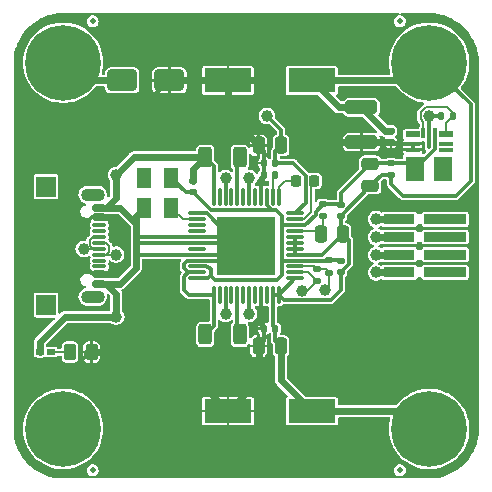
<source format=gtl>
G04 #@! TF.GenerationSoftware,KiCad,Pcbnew,7.0.11*
G04 #@! TF.CreationDate,2024-10-21T13:11:55-04:00*
G04 #@! TF.ProjectId,prism-pcb,70726973-6d2d-4706-9362-2e6b69636164,1.4*
G04 #@! TF.SameCoordinates,Original*
G04 #@! TF.FileFunction,Copper,L1,Top*
G04 #@! TF.FilePolarity,Positive*
%FSLAX46Y46*%
G04 Gerber Fmt 4.6, Leading zero omitted, Abs format (unit mm)*
G04 Created by KiCad (PCBNEW 7.0.11) date 2024-10-21 13:11:55*
%MOMM*%
%LPD*%
G01*
G04 APERTURE LIST*
G04 Aperture macros list*
%AMRoundRect*
0 Rectangle with rounded corners*
0 $1 Rounding radius*
0 $2 $3 $4 $5 $6 $7 $8 $9 X,Y pos of 4 corners*
0 Add a 4 corners polygon primitive as box body*
4,1,4,$2,$3,$4,$5,$6,$7,$8,$9,$2,$3,0*
0 Add four circle primitives for the rounded corners*
1,1,$1+$1,$2,$3*
1,1,$1+$1,$4,$5*
1,1,$1+$1,$6,$7*
1,1,$1+$1,$8,$9*
0 Add four rect primitives between the rounded corners*
20,1,$1+$1,$2,$3,$4,$5,0*
20,1,$1+$1,$4,$5,$6,$7,0*
20,1,$1+$1,$6,$7,$8,$9,0*
20,1,$1+$1,$8,$9,$2,$3,0*%
G04 Aperture macros list end*
G04 #@! TA.AperFunction,SMDPad,CuDef*
%ADD10C,0.500000*%
G04 #@! TD*
G04 #@! TA.AperFunction,SMDPad,CuDef*
%ADD11RoundRect,0.250000X0.312500X0.625000X-0.312500X0.625000X-0.312500X-0.625000X0.312500X-0.625000X0*%
G04 #@! TD*
G04 #@! TA.AperFunction,SMDPad,CuDef*
%ADD12RoundRect,0.250000X1.100000X-0.325000X1.100000X0.325000X-1.100000X0.325000X-1.100000X-0.325000X0*%
G04 #@! TD*
G04 #@! TA.AperFunction,SMDPad,CuDef*
%ADD13RoundRect,0.140000X-0.140000X-0.170000X0.140000X-0.170000X0.140000X0.170000X-0.140000X0.170000X0*%
G04 #@! TD*
G04 #@! TA.AperFunction,SMDPad,CuDef*
%ADD14RoundRect,0.250000X-0.250000X-0.475000X0.250000X-0.475000X0.250000X0.475000X-0.250000X0.475000X0*%
G04 #@! TD*
G04 #@! TA.AperFunction,ComponentPad*
%ADD15C,6.400000*%
G04 #@! TD*
G04 #@! TA.AperFunction,SMDPad,CuDef*
%ADD16RoundRect,0.140000X-0.170000X0.140000X-0.170000X-0.140000X0.170000X-0.140000X0.170000X0.140000X0*%
G04 #@! TD*
G04 #@! TA.AperFunction,SMDPad,CuDef*
%ADD17R,3.550000X0.850000*%
G04 #@! TD*
G04 #@! TA.AperFunction,SMDPad,CuDef*
%ADD18R,2.650000X0.850000*%
G04 #@! TD*
G04 #@! TA.AperFunction,SMDPad,CuDef*
%ADD19R,0.700000X0.500000*%
G04 #@! TD*
G04 #@! TA.AperFunction,SMDPad,CuDef*
%ADD20R,1.700000X1.700000*%
G04 #@! TD*
G04 #@! TA.AperFunction,ComponentPad*
%ADD21O,2.000000X1.100000*%
G04 #@! TD*
G04 #@! TA.AperFunction,SMDPad,CuDef*
%ADD22RoundRect,0.150000X-0.425000X0.150000X-0.425000X-0.150000X0.425000X-0.150000X0.425000X0.150000X0*%
G04 #@! TD*
G04 #@! TA.AperFunction,SMDPad,CuDef*
%ADD23RoundRect,0.075000X-0.500000X0.075000X-0.500000X-0.075000X0.500000X-0.075000X0.500000X0.075000X0*%
G04 #@! TD*
G04 #@! TA.AperFunction,SMDPad,CuDef*
%ADD24RoundRect,0.075000X-0.662500X-0.075000X0.662500X-0.075000X0.662500X0.075000X-0.662500X0.075000X0*%
G04 #@! TD*
G04 #@! TA.AperFunction,SMDPad,CuDef*
%ADD25RoundRect,0.075000X-0.075000X-0.662500X0.075000X-0.662500X0.075000X0.662500X-0.075000X0.662500X0*%
G04 #@! TD*
G04 #@! TA.AperFunction,HeatsinkPad*
%ADD26C,0.800000*%
G04 #@! TD*
G04 #@! TA.AperFunction,HeatsinkPad*
%ADD27R,5.000000X5.000000*%
G04 #@! TD*
G04 #@! TA.AperFunction,SMDPad,CuDef*
%ADD28RoundRect,0.250000X1.000000X0.650000X-1.000000X0.650000X-1.000000X-0.650000X1.000000X-0.650000X0*%
G04 #@! TD*
G04 #@! TA.AperFunction,SMDPad,CuDef*
%ADD29RoundRect,0.250000X0.262500X0.450000X-0.262500X0.450000X-0.262500X-0.450000X0.262500X-0.450000X0*%
G04 #@! TD*
G04 #@! TA.AperFunction,SMDPad,CuDef*
%ADD30RoundRect,0.135000X-0.185000X0.135000X-0.185000X-0.135000X0.185000X-0.135000X0.185000X0.135000X0*%
G04 #@! TD*
G04 #@! TA.AperFunction,SMDPad,CuDef*
%ADD31RoundRect,0.140000X0.170000X-0.140000X0.170000X0.140000X-0.170000X0.140000X-0.170000X-0.140000X0*%
G04 #@! TD*
G04 #@! TA.AperFunction,SMDPad,CuDef*
%ADD32R,1.300000X1.800000*%
G04 #@! TD*
G04 #@! TA.AperFunction,SMDPad,CuDef*
%ADD33R,4.000000X2.000000*%
G04 #@! TD*
G04 #@! TA.AperFunction,SMDPad,CuDef*
%ADD34RoundRect,0.225000X0.225000X0.250000X-0.225000X0.250000X-0.225000X-0.250000X0.225000X-0.250000X0*%
G04 #@! TD*
G04 #@! TA.AperFunction,SMDPad,CuDef*
%ADD35RoundRect,0.140000X0.140000X0.170000X-0.140000X0.170000X-0.140000X-0.170000X0.140000X-0.170000X0*%
G04 #@! TD*
G04 #@! TA.AperFunction,SMDPad,CuDef*
%ADD36RoundRect,0.250000X-0.475000X0.250000X-0.475000X-0.250000X0.475000X-0.250000X0.475000X0.250000X0*%
G04 #@! TD*
G04 #@! TA.AperFunction,SMDPad,CuDef*
%ADD37R,1.200000X0.475000*%
G04 #@! TD*
G04 #@! TA.AperFunction,SMDPad,CuDef*
%ADD38R,1.200000X0.349999*%
G04 #@! TD*
G04 #@! TA.AperFunction,SMDPad,CuDef*
%ADD39R,1.599999X2.150001*%
G04 #@! TD*
G04 #@! TA.AperFunction,SMDPad,CuDef*
%ADD40R,0.349999X0.900001*%
G04 #@! TD*
G04 #@! TA.AperFunction,SMDPad,CuDef*
%ADD41RoundRect,0.100000X-0.100000X-0.900000X0.100000X-0.900000X0.100000X0.900000X-0.100000X0.900000X0*%
G04 #@! TD*
G04 #@! TA.AperFunction,ViaPad*
%ADD42C,1.000000*%
G04 #@! TD*
G04 #@! TA.AperFunction,Conductor*
%ADD43C,0.300000*%
G04 #@! TD*
G04 #@! TA.AperFunction,Conductor*
%ADD44C,0.600000*%
G04 #@! TD*
G04 #@! TA.AperFunction,Conductor*
%ADD45C,0.200000*%
G04 #@! TD*
G04 APERTURE END LIST*
D10*
X139400000Y-82600000D03*
D11*
X151862500Y-109100000D03*
X148937500Y-109100000D03*
D12*
X162150000Y-92825000D03*
X162150000Y-89875000D03*
D13*
X153920000Y-94600000D03*
X154880000Y-94600000D03*
D14*
X158700000Y-100600000D03*
X160600000Y-100600000D03*
D15*
X167900000Y-117100000D03*
D16*
X160400000Y-102870000D03*
X160400000Y-103830000D03*
D17*
X169250000Y-103850000D03*
X169250000Y-102350000D03*
X169250000Y-100850000D03*
X169250000Y-99350000D03*
D18*
X165350000Y-103850000D03*
X165350000Y-102350000D03*
X165350000Y-100850000D03*
X165350000Y-99350000D03*
D14*
X153450000Y-110100000D03*
X155350000Y-110100000D03*
D13*
X153920000Y-95600000D03*
X154880000Y-95600000D03*
D19*
X134950000Y-110600000D03*
X135850000Y-110600000D03*
D20*
X135450000Y-96580000D03*
D21*
X139400000Y-105920000D03*
D20*
X135450000Y-106620000D03*
D22*
X139975000Y-98400000D03*
X139975000Y-99200000D03*
D23*
X139975000Y-100350000D03*
X139975000Y-101350000D03*
X139975000Y-101850000D03*
X139975000Y-102850000D03*
D22*
X139975000Y-104000000D03*
X139975000Y-104800000D03*
X139975000Y-104800000D03*
X139975000Y-104000000D03*
D23*
X139975000Y-103350000D03*
X139975000Y-102350000D03*
X139975000Y-100850000D03*
X139975000Y-99850000D03*
D22*
X139975000Y-99200000D03*
X139975000Y-98400000D03*
D21*
X139400000Y-97280000D03*
D14*
X153450000Y-93100000D03*
X155350000Y-93100000D03*
D24*
X148237500Y-98850000D03*
X148237500Y-99350000D03*
X148237500Y-99850000D03*
X148237500Y-100350000D03*
X148237500Y-100850000D03*
X148237500Y-101350000D03*
X148237500Y-101850000D03*
X148237500Y-102350000D03*
X148237500Y-102850000D03*
X148237500Y-103350000D03*
X148237500Y-103850000D03*
X148237500Y-104350000D03*
D25*
X149650000Y-105762500D03*
X150150000Y-105762500D03*
X150650000Y-105762500D03*
X151150000Y-105762500D03*
X151650000Y-105762500D03*
X152150000Y-105762500D03*
X152650000Y-105762500D03*
X153150000Y-105762500D03*
X153650000Y-105762500D03*
X154150000Y-105762500D03*
X154650000Y-105762500D03*
X155150000Y-105762500D03*
D24*
X156562500Y-104350000D03*
X156562500Y-103850000D03*
X156562500Y-103350000D03*
X156562500Y-102850000D03*
X156562500Y-102350000D03*
X156562500Y-101850000D03*
X156562500Y-101350000D03*
X156562500Y-100850000D03*
X156562500Y-100350000D03*
X156562500Y-99850000D03*
X156562500Y-99350000D03*
X156562500Y-98850000D03*
D25*
X155150000Y-97437500D03*
X154650000Y-97437500D03*
X154150000Y-97437500D03*
X153650000Y-97437500D03*
X153150000Y-97437500D03*
X152650000Y-97437500D03*
X152150000Y-97437500D03*
X151650000Y-97437500D03*
X151150000Y-97437500D03*
X150650000Y-97437500D03*
X150150000Y-97437500D03*
X149650000Y-97437500D03*
D26*
X150400000Y-99600000D03*
X150400000Y-100600000D03*
X150400000Y-101600000D03*
X150400000Y-102600000D03*
X150400000Y-103600000D03*
X151400000Y-99600000D03*
X151400000Y-100600000D03*
X151400000Y-101600000D03*
X151400000Y-102600000D03*
X151400000Y-103600000D03*
X152400000Y-99600000D03*
X152400000Y-100600000D03*
X152400000Y-101600000D03*
D27*
X152400000Y-101600000D03*
D26*
X152400000Y-102600000D03*
X152400000Y-103600000D03*
X153400000Y-99600000D03*
X153400000Y-100600000D03*
X153400000Y-101600000D03*
X153400000Y-102600000D03*
X153400000Y-103600000D03*
X154400000Y-99600000D03*
X154400000Y-100600000D03*
X154400000Y-101600000D03*
X154400000Y-102600000D03*
X154400000Y-103600000D03*
D13*
X153920000Y-108600000D03*
X154880000Y-108600000D03*
D28*
X145900000Y-87600000D03*
X141900000Y-87600000D03*
D29*
X139312500Y-110600000D03*
X137487500Y-110600000D03*
D11*
X151862500Y-94100000D03*
X148937500Y-94100000D03*
D30*
X158900000Y-98090000D03*
X158900000Y-99110000D03*
D31*
X147900000Y-97080000D03*
X147900000Y-96120000D03*
D32*
X143750000Y-95830000D03*
X143750000Y-98370000D03*
X146050000Y-98370000D03*
X146050000Y-95830000D03*
D31*
X164650000Y-92830000D03*
X164650000Y-91870000D03*
D15*
X136900000Y-86100000D03*
D33*
X150850000Y-115600000D03*
X157950000Y-115600000D03*
D30*
X159400000Y-102840000D03*
X159400000Y-103860000D03*
D34*
X158175000Y-96100000D03*
X156625000Y-96100000D03*
D30*
X158400000Y-103590000D03*
X158400000Y-104610000D03*
D35*
X169880000Y-90600000D03*
X168920000Y-90600000D03*
D36*
X162900000Y-94650000D03*
X162900000Y-96550000D03*
D10*
X165400000Y-120600000D03*
D16*
X164650000Y-94620000D03*
X164650000Y-95580000D03*
D37*
X166500000Y-92138000D03*
D38*
X166500000Y-92950000D03*
X166500000Y-93449999D03*
D39*
X166700000Y-95100001D03*
X169100000Y-95100001D03*
D38*
X169300000Y-93449999D03*
X169300000Y-92950000D03*
D37*
X169300000Y-92138000D03*
D40*
X168399999Y-92050002D03*
D41*
X167900000Y-92350000D03*
D40*
X167400001Y-92050002D03*
D15*
X167900000Y-86100000D03*
D10*
X165400000Y-82600000D03*
D16*
X160400000Y-98120000D03*
X160400000Y-99080000D03*
D33*
X150850000Y-87600000D03*
X157950000Y-87600000D03*
D10*
X139400000Y-120600000D03*
D15*
X136900000Y-117100000D03*
D42*
X141400000Y-95600000D03*
X141400000Y-107600000D03*
X167900000Y-90600000D03*
X154150000Y-90600000D03*
X163400000Y-99350000D03*
X150650000Y-95850000D03*
X163400000Y-100850000D03*
X152650000Y-95850000D03*
X163400000Y-102350000D03*
X150650000Y-107350000D03*
X152650000Y-107350000D03*
X163400000Y-103850000D03*
X157150000Y-105425000D03*
X138650000Y-101850000D03*
X141400000Y-102350000D03*
X159082949Y-105358903D03*
D43*
X148237500Y-100850000D02*
X143050000Y-100850000D01*
D44*
X143050000Y-101350000D02*
X143050000Y-102350000D01*
X134950000Y-109750000D02*
X137100000Y-107600000D01*
D43*
X157450000Y-95650000D02*
X156400000Y-94600000D01*
X154880000Y-108600000D02*
X154880000Y-109630000D01*
X149650000Y-108387500D02*
X148937500Y-109100000D01*
X151650000Y-102350000D02*
X152400000Y-101600000D01*
D44*
X143050000Y-100850000D02*
X143050000Y-101350000D01*
X143050000Y-99070000D02*
X143750000Y-98370000D01*
X147900000Y-95137500D02*
X148937500Y-94100000D01*
D43*
X148237500Y-101350000D02*
X143050000Y-101350000D01*
X158850000Y-102350000D02*
X160600000Y-100600000D01*
D44*
X141900000Y-87600000D02*
X138400000Y-87600000D01*
D43*
X147150000Y-103100000D02*
X147400000Y-102850000D01*
X148237500Y-102350000D02*
X151650000Y-102350000D01*
X155350000Y-93100000D02*
X155350000Y-91800000D01*
D44*
X141725304Y-104800000D02*
X139975000Y-104800000D01*
X139975000Y-98400000D02*
X140549999Y-98400000D01*
D43*
X147562500Y-105762500D02*
X149650000Y-105762500D01*
X148237500Y-100850000D02*
X151650000Y-100850000D01*
X154880000Y-109630000D02*
X155350000Y-110100000D01*
X147150000Y-103499999D02*
X147150000Y-103100000D01*
D44*
X155350000Y-113000000D02*
X157950000Y-115600000D01*
X143050000Y-99724696D02*
X143050000Y-99070000D01*
D43*
X160400000Y-99080000D02*
X160400000Y-99050000D01*
X147500001Y-103850000D02*
X147150000Y-104200001D01*
X148237500Y-102850000D02*
X151150000Y-102850000D01*
X161099938Y-101099938D02*
X160600000Y-100600000D01*
X156562500Y-101350000D02*
X156562500Y-100850000D01*
D44*
X166400000Y-87600000D02*
X167900000Y-86100000D01*
D43*
X160400000Y-100400000D02*
X160600000Y-100600000D01*
D44*
X157950000Y-87600000D02*
X166400000Y-87600000D01*
D43*
X148237500Y-102350000D02*
X143050000Y-102350000D01*
X151650000Y-100850000D02*
X152400000Y-101600000D01*
X167900000Y-92350000D02*
X167900000Y-90600000D01*
X148237500Y-98850000D02*
X149068959Y-98850000D01*
X160400000Y-99080000D02*
X160400000Y-100400000D01*
D44*
X157950000Y-115600000D02*
X166400000Y-115600000D01*
D43*
X160400000Y-99050000D02*
X162900000Y-96550000D01*
X155350000Y-91800000D02*
X154150000Y-90600000D01*
D44*
X164650000Y-91870000D02*
X164145000Y-91870000D01*
X139975000Y-104800000D02*
X140549999Y-104800000D01*
D43*
X170150000Y-97350000D02*
X171400000Y-96100000D01*
X159550000Y-106200000D02*
X160400000Y-105350000D01*
X168920000Y-90600000D02*
X167900000Y-90600000D01*
D44*
X140549999Y-98400000D02*
X141400000Y-97549999D01*
X143050000Y-103475304D02*
X141725304Y-104800000D01*
D43*
X154880000Y-94600000D02*
X154880000Y-93570000D01*
X155150000Y-105762500D02*
X156562500Y-104350000D01*
X156562500Y-102350000D02*
X158850000Y-102350000D01*
X149650000Y-97437500D02*
X149650000Y-94812500D01*
X151150000Y-102850000D02*
X152400000Y-101600000D01*
X156562500Y-102350000D02*
X156562500Y-101850000D01*
X156562500Y-98850000D02*
X157450000Y-97962500D01*
X149068959Y-98850000D02*
X151818959Y-101600000D01*
X148237500Y-101350000D02*
X152150000Y-101350000D01*
D44*
X147900000Y-96120000D02*
X147900000Y-95137500D01*
D43*
X151818959Y-101600000D02*
X152400000Y-101600000D01*
X171400000Y-89600000D02*
X167900000Y-86100000D01*
D44*
X140549999Y-104800000D02*
X141400000Y-105650001D01*
D43*
X163870000Y-95580000D02*
X162900000Y-96550000D01*
X154880000Y-93570000D02*
X155350000Y-93100000D01*
X164650000Y-95580000D02*
X163870000Y-95580000D01*
D44*
X138400000Y-87600000D02*
X136900000Y-86100000D01*
D43*
X156400000Y-94600000D02*
X154880000Y-94600000D01*
X154650000Y-108370000D02*
X154880000Y-108600000D01*
D44*
X142900000Y-94100000D02*
X148937500Y-94100000D01*
D43*
X171400000Y-96100000D02*
X171400000Y-89600000D01*
X149650000Y-94812500D02*
X148937500Y-94100000D01*
X160400000Y-103830000D02*
X161099938Y-103130062D01*
D44*
X141400000Y-105650001D02*
X141400000Y-107600000D01*
D43*
X155150000Y-105762500D02*
X155587500Y-106200000D01*
D44*
X137100000Y-107600000D02*
X141400000Y-107600000D01*
D43*
X155587500Y-106200000D02*
X159550000Y-106200000D01*
X161099938Y-103130062D02*
X161099938Y-101099938D01*
D44*
X141400000Y-97549999D02*
X141400000Y-95600000D01*
D43*
X164650000Y-96350000D02*
X165650000Y-97350000D01*
D44*
X139975000Y-98400000D02*
X141725304Y-98400000D01*
X162150000Y-89875000D02*
X160225000Y-89875000D01*
D43*
X165650000Y-97350000D02*
X170150000Y-97350000D01*
X147400000Y-102850000D02*
X148237500Y-102850000D01*
D44*
X134950000Y-110600000D02*
X134950000Y-109750000D01*
D43*
X154650000Y-105762500D02*
X154650000Y-108370000D01*
X148237500Y-103850000D02*
X147500001Y-103850000D01*
D44*
X143050000Y-99724696D02*
X143050000Y-100850000D01*
X143050000Y-102350000D02*
X143050000Y-103475304D01*
D43*
X147500001Y-103850000D02*
X147150000Y-103499999D01*
X147150000Y-104200001D02*
X147150000Y-105350000D01*
X156562500Y-101850000D02*
X156562500Y-101350000D01*
X164650000Y-95580000D02*
X164650000Y-96350000D01*
X157450000Y-97962500D02*
X157450000Y-95650000D01*
D44*
X141725304Y-98400000D02*
X143050000Y-99724696D01*
X141400000Y-95600000D02*
X142900000Y-94100000D01*
X155350000Y-110100000D02*
X155350000Y-113000000D01*
X166400000Y-115600000D02*
X167900000Y-117100000D01*
D43*
X147150000Y-105350000D02*
X147562500Y-105762500D01*
D44*
X164145000Y-91870000D02*
X162150000Y-89875000D01*
D43*
X154650000Y-105762500D02*
X155150000Y-105762500D01*
X160400000Y-105350000D02*
X160400000Y-103830000D01*
D44*
X160225000Y-89875000D02*
X157950000Y-87600000D01*
D43*
X149650000Y-105762500D02*
X149650000Y-108387500D01*
X152150000Y-101350000D02*
X152400000Y-101600000D01*
D45*
X157299999Y-99350000D02*
X157900000Y-98749999D01*
X157900000Y-98749999D02*
X157900000Y-96375000D01*
X156562500Y-99350000D02*
X157299999Y-99350000D01*
X157900000Y-96375000D02*
X158175000Y-96100000D01*
X155650000Y-96100000D02*
X156625000Y-96100000D01*
X155150000Y-96600000D02*
X155650000Y-96100000D01*
X155150000Y-97437500D02*
X155150000Y-96600000D01*
X154650000Y-97437500D02*
X154650000Y-95830000D01*
X154650000Y-95830000D02*
X154880000Y-95600000D01*
X135850000Y-110600000D02*
X137487500Y-110600000D01*
X158900000Y-100400000D02*
X158700000Y-100600000D01*
X158900000Y-99110000D02*
X158900000Y-100400000D01*
X158450000Y-100350000D02*
X158700000Y-100600000D01*
X156562500Y-100350000D02*
X158450000Y-100350000D01*
D43*
X151650000Y-94312500D02*
X151862500Y-94100000D01*
X151650000Y-97437500D02*
X151650000Y-94312500D01*
X150650000Y-97437500D02*
X150650000Y-95850000D01*
D44*
X165350000Y-99350000D02*
X163400000Y-99350000D01*
D43*
X152650000Y-97437500D02*
X152650000Y-95850000D01*
D44*
X165350000Y-100850000D02*
X163400000Y-100850000D01*
D43*
X150650000Y-105762500D02*
X150650000Y-107350000D01*
D44*
X165350000Y-102350000D02*
X163400000Y-102350000D01*
D43*
X152650000Y-105762500D02*
X152650000Y-107350000D01*
D44*
X165350000Y-103850000D02*
X163400000Y-103850000D01*
D43*
X151650000Y-108887500D02*
X151862500Y-109100000D01*
X151650000Y-105762500D02*
X151650000Y-108887500D01*
D45*
X167175000Y-90900305D02*
X167175000Y-90299695D01*
X169300000Y-91180000D02*
X169880000Y-90600000D01*
X167624695Y-89850000D02*
X169400000Y-89850000D01*
X167175000Y-90299695D02*
X167624695Y-89850000D01*
X169400000Y-89850000D02*
X169880000Y-90330000D01*
X169880000Y-90330000D02*
X169880000Y-90600000D01*
X167400001Y-92050002D02*
X167400001Y-91125306D01*
X167400001Y-91125306D02*
X167175000Y-90900305D01*
X169300000Y-92138000D02*
X169300000Y-91180000D01*
X139400001Y-101850000D02*
X139175000Y-101624999D01*
X139975000Y-101850000D02*
X139400001Y-101850000D01*
X139975000Y-101850000D02*
X138650000Y-101850000D01*
X156562500Y-103850000D02*
X157640000Y-103850000D01*
X139175000Y-101624999D02*
X139175000Y-101075001D01*
X139400001Y-100850000D02*
X139975000Y-100850000D01*
X139175000Y-101075001D02*
X139400001Y-100850000D01*
X157585000Y-105425000D02*
X158400000Y-104610000D01*
X157640000Y-103850000D02*
X158400000Y-104610000D01*
X157150000Y-105425000D02*
X157585000Y-105425000D01*
X140775000Y-102124999D02*
X140775000Y-101575001D01*
X158400000Y-103590000D02*
X159130000Y-103590000D01*
X156562500Y-103350000D02*
X158160000Y-103350000D01*
X159082949Y-105358903D02*
X159400000Y-105041852D01*
X140775000Y-101575001D02*
X140549999Y-101350000D01*
X158160000Y-103350000D02*
X158400000Y-103590000D01*
X140549999Y-101350000D02*
X139975000Y-101350000D01*
X139975000Y-102350000D02*
X141400000Y-102350000D01*
X139975000Y-102350000D02*
X140549999Y-102350000D01*
X159130000Y-103590000D02*
X159400000Y-103860000D01*
X159400000Y-105041852D02*
X159400000Y-103860000D01*
X140549999Y-102350000D02*
X140775000Y-102124999D01*
X147030000Y-99350000D02*
X146050000Y-98370000D01*
X148237500Y-99350000D02*
X147030000Y-99350000D01*
D43*
X141400000Y-92100000D02*
X136900000Y-92100000D01*
X139026473Y-103600000D02*
X139426473Y-104000000D01*
X136900000Y-92100000D02*
X133650000Y-95350000D01*
D44*
X150900000Y-87650000D02*
X150850000Y-87600000D01*
X141500000Y-99200000D02*
X142325000Y-100025000D01*
X145850000Y-110600000D02*
X150850000Y-115600000D01*
D43*
X153920000Y-108600000D02*
X153920000Y-109630000D01*
X153650000Y-108330000D02*
X153920000Y-108600000D01*
D44*
X158625000Y-92825000D02*
X162150000Y-92825000D01*
X150850000Y-87600000D02*
X145900000Y-87600000D01*
D43*
X133400000Y-105100000D02*
X134900000Y-103600000D01*
D44*
X139312500Y-110600000D02*
X142650000Y-110600000D01*
X164650000Y-92830000D02*
X162155000Y-92830000D01*
D43*
X136900000Y-112850000D02*
X134400000Y-112850000D01*
D44*
X139975000Y-99200000D02*
X141500000Y-99200000D01*
D43*
X153650000Y-97437500D02*
X153650000Y-95870000D01*
D44*
X142325000Y-100025000D02*
X142325000Y-103175000D01*
D43*
X153920000Y-93570000D02*
X153450000Y-93100000D01*
X134400000Y-112850000D02*
X133400000Y-111850000D01*
X166500000Y-93449999D02*
X166500000Y-92950000D01*
X153920000Y-95600000D02*
X153920000Y-94600000D01*
X134900000Y-103600000D02*
X139026473Y-103600000D01*
X138812500Y-110937500D02*
X136900000Y-112850000D01*
D44*
X153450000Y-93100000D02*
X150900000Y-90550000D01*
D43*
X135150000Y-99600000D02*
X138944594Y-99600000D01*
D44*
X142650000Y-110600000D02*
X145850000Y-110600000D01*
D43*
X133650000Y-98100000D02*
X135150000Y-99600000D01*
X139344594Y-99200000D02*
X139975000Y-99200000D01*
X153920000Y-94600000D02*
X153920000Y-93570000D01*
X138812500Y-110600000D02*
X138812500Y-110937500D01*
X138944594Y-99600000D02*
X139344594Y-99200000D01*
X133400000Y-111850000D02*
X133400000Y-105100000D01*
X153650000Y-105762500D02*
X153650000Y-108330000D01*
D44*
X153450000Y-110100000D02*
X153450000Y-113000000D01*
D43*
X153920000Y-109630000D02*
X153450000Y-110100000D01*
D44*
X153400000Y-87600000D02*
X158625000Y-92825000D01*
X162155000Y-92830000D02*
X162150000Y-92825000D01*
X141500000Y-104000000D02*
X139975000Y-104000000D01*
D43*
X164770000Y-92950000D02*
X164650000Y-92830000D01*
D44*
X142325000Y-103175000D02*
X141500000Y-104000000D01*
X150850000Y-87600000D02*
X153400000Y-87600000D01*
D43*
X145900000Y-87600000D02*
X141400000Y-92100000D01*
X139426473Y-104000000D02*
X139975000Y-104000000D01*
X133650000Y-95350000D02*
X133650000Y-98100000D01*
D44*
X153450000Y-113000000D02*
X150850000Y-115600000D01*
D43*
X153650000Y-95870000D02*
X153920000Y-95600000D01*
X166500000Y-92950000D02*
X164770000Y-92950000D01*
D44*
X150900000Y-90550000D02*
X150900000Y-87650000D01*
D43*
X154575001Y-98600000D02*
X154950000Y-98600000D01*
X147900000Y-97080000D02*
X149420000Y-98600000D01*
X156562500Y-99850000D02*
X155400000Y-99850000D01*
X158275000Y-98715000D02*
X158900000Y-98090000D01*
X156562500Y-99850000D02*
X157400000Y-99850000D01*
X155400000Y-99050000D02*
X155400000Y-99850000D01*
X168399999Y-93383103D02*
X166700000Y-95083102D01*
X147300000Y-97080000D02*
X146050000Y-95830000D01*
X166219999Y-94620000D02*
X166700000Y-95100001D01*
X158275000Y-98975000D02*
X158275000Y-98715000D01*
X164650000Y-94620000D02*
X162930000Y-94620000D01*
X149400000Y-103600000D02*
X149400000Y-104150000D01*
X155400000Y-104100000D02*
X155400000Y-102850000D01*
X154950000Y-98600000D02*
X155400000Y-99050000D01*
X154150000Y-97437500D02*
X154150000Y-98174999D01*
X159390000Y-102850000D02*
X159400000Y-102840000D01*
X160400000Y-98120000D02*
X160400000Y-97150000D01*
X164650000Y-94620000D02*
X166219999Y-94620000D01*
X168399999Y-92050002D02*
X168399999Y-93383103D01*
X155400000Y-102850000D02*
X155400000Y-102424999D01*
X149420000Y-98600000D02*
X154575001Y-98600000D01*
X149749999Y-104499999D02*
X155000001Y-104499999D01*
X156562500Y-102850000D02*
X155400000Y-102850000D01*
X148237500Y-103350000D02*
X148974999Y-103350000D01*
X160400000Y-97150000D02*
X162900000Y-94650000D01*
X149150000Y-104350000D02*
X149350000Y-104150000D01*
X154150000Y-98174999D02*
X154575001Y-98600000D01*
X155400000Y-100275001D02*
X155400000Y-102424999D01*
X156562500Y-102850000D02*
X159390000Y-102850000D01*
X148237500Y-104350000D02*
X149150000Y-104350000D01*
X157400000Y-99850000D02*
X158275000Y-98975000D01*
X162930000Y-94620000D02*
X162900000Y-94650000D01*
X166700000Y-95083102D02*
X166700000Y-95100001D01*
X149350000Y-104150000D02*
X149400000Y-104150000D01*
X155000001Y-104499999D02*
X155400000Y-104100000D01*
X147900000Y-97080000D02*
X147300000Y-97080000D01*
X159400000Y-102840000D02*
X160370000Y-102840000D01*
X160370000Y-102840000D02*
X160400000Y-102870000D01*
X149400000Y-104150000D02*
X149749999Y-104499999D01*
X155400000Y-99850000D02*
X155400000Y-100275001D01*
X158900000Y-98090000D02*
X160370000Y-98090000D01*
X160370000Y-98090000D02*
X160400000Y-98120000D01*
X148974999Y-103350000D02*
X149400000Y-103600000D01*
G04 #@! TA.AperFunction,Conductor*
G36*
X139357653Y-81919407D02*
G01*
X139393617Y-81968907D01*
X139393617Y-82030093D01*
X139357653Y-82079593D01*
X139327354Y-82094490D01*
X139187848Y-82135453D01*
X139187843Y-82135455D01*
X139065565Y-82214038D01*
X138970372Y-82323898D01*
X138909989Y-82456116D01*
X138909987Y-82456125D01*
X138889302Y-82599997D01*
X138889302Y-82600002D01*
X138909987Y-82743874D01*
X138909989Y-82743883D01*
X138970372Y-82876101D01*
X138970373Y-82876102D01*
X138970374Y-82876104D01*
X139065564Y-82985960D01*
X139065565Y-82985961D01*
X139077458Y-82993604D01*
X139187848Y-83064547D01*
X139327320Y-83105500D01*
X139327321Y-83105500D01*
X139472679Y-83105500D01*
X139472680Y-83105500D01*
X139612152Y-83064547D01*
X139734436Y-82985960D01*
X139829626Y-82876104D01*
X139886461Y-82751654D01*
X139890010Y-82743883D01*
X139890012Y-82743874D01*
X139910698Y-82600002D01*
X139910698Y-82599997D01*
X139890012Y-82456125D01*
X139890010Y-82456116D01*
X139829627Y-82323898D01*
X139829626Y-82323897D01*
X139829626Y-82323896D01*
X139734436Y-82214040D01*
X139734435Y-82214039D01*
X139734434Y-82214038D01*
X139612156Y-82135455D01*
X139612153Y-82135454D01*
X139612152Y-82135453D01*
X139472680Y-82094500D01*
X139472646Y-82094490D01*
X139422139Y-82059954D01*
X139401578Y-82002327D01*
X139418817Y-81943620D01*
X139467270Y-81906257D01*
X139500538Y-81900500D01*
X165299462Y-81900500D01*
X165357653Y-81919407D01*
X165393617Y-81968907D01*
X165393617Y-82030093D01*
X165357653Y-82079593D01*
X165327354Y-82094490D01*
X165187848Y-82135453D01*
X165187843Y-82135455D01*
X165065565Y-82214038D01*
X164970372Y-82323898D01*
X164909989Y-82456116D01*
X164909987Y-82456125D01*
X164889302Y-82599997D01*
X164889302Y-82600002D01*
X164909987Y-82743874D01*
X164909989Y-82743883D01*
X164970372Y-82876101D01*
X164970373Y-82876102D01*
X164970374Y-82876104D01*
X165065564Y-82985960D01*
X165065565Y-82985961D01*
X165077458Y-82993604D01*
X165187848Y-83064547D01*
X165327320Y-83105500D01*
X165327321Y-83105500D01*
X165472679Y-83105500D01*
X165472680Y-83105500D01*
X165612152Y-83064547D01*
X165734436Y-82985960D01*
X165829626Y-82876104D01*
X165886461Y-82751654D01*
X165890010Y-82743883D01*
X165890012Y-82743874D01*
X165910698Y-82600002D01*
X165910698Y-82599997D01*
X165890012Y-82456125D01*
X165890010Y-82456116D01*
X165829627Y-82323898D01*
X165829626Y-82323897D01*
X165829626Y-82323896D01*
X165734436Y-82214040D01*
X165734435Y-82214039D01*
X165734434Y-82214038D01*
X165612156Y-82135455D01*
X165612153Y-82135454D01*
X165612152Y-82135453D01*
X165472680Y-82094500D01*
X165472646Y-82094490D01*
X165422139Y-82059954D01*
X165401578Y-82002327D01*
X165418817Y-81943620D01*
X165467270Y-81906257D01*
X165500538Y-81900500D01*
X167852405Y-81900500D01*
X167897721Y-81900500D01*
X167902292Y-81900605D01*
X168282906Y-81918202D01*
X168292001Y-81919044D01*
X168667139Y-81971374D01*
X168676108Y-81973051D01*
X169044788Y-82059764D01*
X169053583Y-82062266D01*
X169412690Y-82182627D01*
X169421217Y-82185930D01*
X169767695Y-82338915D01*
X169775869Y-82342985D01*
X169978979Y-82456116D01*
X170106752Y-82527285D01*
X170114527Y-82532099D01*
X170426991Y-82746143D01*
X170434288Y-82751654D01*
X170725659Y-82993604D01*
X170732417Y-82999764D01*
X171000235Y-83267582D01*
X171006395Y-83274340D01*
X171248345Y-83565711D01*
X171253856Y-83573008D01*
X171467900Y-83885472D01*
X171472714Y-83893247D01*
X171657011Y-84224124D01*
X171661087Y-84232310D01*
X171814069Y-84578782D01*
X171817372Y-84587309D01*
X171937733Y-84946416D01*
X171940235Y-84955211D01*
X172026946Y-85323881D01*
X172028627Y-85332870D01*
X172080954Y-85707993D01*
X172081797Y-85717098D01*
X172099394Y-86097707D01*
X172099500Y-86102279D01*
X172099500Y-117097720D01*
X172099394Y-117102292D01*
X172081797Y-117482901D01*
X172080954Y-117492006D01*
X172028627Y-117867129D01*
X172026946Y-117876118D01*
X171940235Y-118244788D01*
X171937733Y-118253583D01*
X171817372Y-118612690D01*
X171814069Y-118621217D01*
X171661087Y-118967689D01*
X171657011Y-118975875D01*
X171472714Y-119306752D01*
X171467900Y-119314527D01*
X171253856Y-119626991D01*
X171248345Y-119634288D01*
X171006395Y-119925659D01*
X171000235Y-119932417D01*
X170732417Y-120200235D01*
X170725659Y-120206395D01*
X170434288Y-120448345D01*
X170426991Y-120453856D01*
X170114527Y-120667900D01*
X170106752Y-120672714D01*
X169775875Y-120857011D01*
X169767689Y-120861087D01*
X169421217Y-121014069D01*
X169412690Y-121017372D01*
X169053583Y-121137733D01*
X169044788Y-121140235D01*
X168676118Y-121226946D01*
X168667129Y-121228627D01*
X168292006Y-121280954D01*
X168282901Y-121281797D01*
X167902293Y-121299394D01*
X167897721Y-121299500D01*
X165500538Y-121299500D01*
X165442347Y-121280593D01*
X165406383Y-121231093D01*
X165406383Y-121169907D01*
X165442347Y-121120407D01*
X165472646Y-121105510D01*
X165472680Y-121105500D01*
X165612152Y-121064547D01*
X165734436Y-120985960D01*
X165829626Y-120876104D01*
X165890011Y-120743880D01*
X165900243Y-120672714D01*
X165910698Y-120600002D01*
X165910698Y-120599997D01*
X165890012Y-120456125D01*
X165890010Y-120456116D01*
X165829627Y-120323898D01*
X165829626Y-120323897D01*
X165829626Y-120323896D01*
X165734436Y-120214040D01*
X165734435Y-120214039D01*
X165734434Y-120214038D01*
X165612156Y-120135455D01*
X165612153Y-120135454D01*
X165612152Y-120135453D01*
X165521364Y-120108795D01*
X165472681Y-120094500D01*
X165472680Y-120094500D01*
X165327320Y-120094500D01*
X165327318Y-120094500D01*
X165187848Y-120135453D01*
X165187843Y-120135455D01*
X165065565Y-120214038D01*
X164970372Y-120323898D01*
X164909989Y-120456116D01*
X164909987Y-120456125D01*
X164889302Y-120599997D01*
X164889302Y-120600002D01*
X164909987Y-120743874D01*
X164909989Y-120743883D01*
X164970372Y-120876101D01*
X164970373Y-120876102D01*
X164970374Y-120876104D01*
X165001583Y-120912121D01*
X165065565Y-120985961D01*
X165112178Y-121015917D01*
X165187848Y-121064547D01*
X165327320Y-121105500D01*
X165327354Y-121105510D01*
X165377861Y-121140046D01*
X165398422Y-121197673D01*
X165381183Y-121256380D01*
X165332730Y-121293743D01*
X165299462Y-121299500D01*
X139500538Y-121299500D01*
X139442347Y-121280593D01*
X139406383Y-121231093D01*
X139406383Y-121169907D01*
X139442347Y-121120407D01*
X139472646Y-121105510D01*
X139472680Y-121105500D01*
X139612152Y-121064547D01*
X139734436Y-120985960D01*
X139829626Y-120876104D01*
X139890011Y-120743880D01*
X139900243Y-120672714D01*
X139910698Y-120600002D01*
X139910698Y-120599997D01*
X139890012Y-120456125D01*
X139890010Y-120456116D01*
X139829627Y-120323898D01*
X139829626Y-120323897D01*
X139829626Y-120323896D01*
X139734436Y-120214040D01*
X139734435Y-120214039D01*
X139734434Y-120214038D01*
X139612156Y-120135455D01*
X139612153Y-120135454D01*
X139612152Y-120135453D01*
X139521364Y-120108795D01*
X139472681Y-120094500D01*
X139472680Y-120094500D01*
X139327320Y-120094500D01*
X139327318Y-120094500D01*
X139187848Y-120135453D01*
X139187843Y-120135455D01*
X139065565Y-120214038D01*
X138970372Y-120323898D01*
X138909989Y-120456116D01*
X138909987Y-120456125D01*
X138889302Y-120599997D01*
X138889302Y-120600002D01*
X138909987Y-120743874D01*
X138909989Y-120743883D01*
X138970372Y-120876101D01*
X138970373Y-120876102D01*
X138970374Y-120876104D01*
X139001583Y-120912121D01*
X139065565Y-120985961D01*
X139112178Y-121015917D01*
X139187848Y-121064547D01*
X139327320Y-121105500D01*
X139327354Y-121105510D01*
X139377861Y-121140046D01*
X139398422Y-121197673D01*
X139381183Y-121256380D01*
X139332730Y-121293743D01*
X139299462Y-121299500D01*
X136902279Y-121299500D01*
X136897707Y-121299394D01*
X136517098Y-121281797D01*
X136507993Y-121280954D01*
X136132870Y-121228627D01*
X136123881Y-121226946D01*
X135755211Y-121140235D01*
X135746416Y-121137733D01*
X135387309Y-121017372D01*
X135378782Y-121014069D01*
X135032310Y-120861087D01*
X135024124Y-120857011D01*
X134693247Y-120672714D01*
X134685472Y-120667900D01*
X134373008Y-120453856D01*
X134365711Y-120448345D01*
X134074340Y-120206395D01*
X134067582Y-120200235D01*
X133799764Y-119932417D01*
X133793604Y-119925659D01*
X133551654Y-119634288D01*
X133546143Y-119626991D01*
X133332099Y-119314527D01*
X133327285Y-119306752D01*
X133142988Y-118975875D01*
X133138912Y-118967689D01*
X133089473Y-118855721D01*
X132985930Y-118621217D01*
X132982627Y-118612690D01*
X132862266Y-118253583D01*
X132859764Y-118244788D01*
X132773051Y-117876108D01*
X132771374Y-117867139D01*
X132719044Y-117492001D01*
X132718202Y-117482901D01*
X132717522Y-117468199D01*
X132700606Y-117102292D01*
X132700553Y-117100000D01*
X133494506Y-117100000D01*
X133514468Y-117468197D01*
X133574126Y-117832087D01*
X133672768Y-118187365D01*
X133672772Y-118187376D01*
X133809255Y-118529927D01*
X133857654Y-118621217D01*
X133981978Y-118855716D01*
X134188910Y-119160917D01*
X134188914Y-119160922D01*
X134188915Y-119160923D01*
X134427622Y-119441951D01*
X134427632Y-119441961D01*
X134695326Y-119695535D01*
X134695330Y-119695538D01*
X134988881Y-119918690D01*
X135304838Y-120108795D01*
X135639497Y-120263625D01*
X135988934Y-120381364D01*
X135988939Y-120381365D01*
X135988942Y-120381366D01*
X136349047Y-120460631D01*
X136349048Y-120460631D01*
X136349052Y-120460632D01*
X136715630Y-120500500D01*
X137084370Y-120500500D01*
X137450948Y-120460632D01*
X137471424Y-120456125D01*
X137570987Y-120434209D01*
X137811057Y-120381366D01*
X137811058Y-120381366D01*
X137811060Y-120381365D01*
X137811066Y-120381364D01*
X138160503Y-120263625D01*
X138495162Y-120108795D01*
X138811119Y-119918690D01*
X139104670Y-119695538D01*
X139372373Y-119441956D01*
X139611090Y-119160917D01*
X139818022Y-118855716D01*
X139990743Y-118529930D01*
X140127227Y-118187379D01*
X140140380Y-118140008D01*
X140225873Y-117832087D01*
X140225875Y-117832081D01*
X140285531Y-117468199D01*
X140305494Y-117100000D01*
X140285531Y-116731801D01*
X140267153Y-116619700D01*
X148650000Y-116619700D01*
X148661603Y-116678036D01*
X148705806Y-116744189D01*
X148705810Y-116744193D01*
X148771963Y-116788396D01*
X148830299Y-116799999D01*
X148830303Y-116800000D01*
X150749999Y-116800000D01*
X150750000Y-116799999D01*
X150950000Y-116799999D01*
X150950001Y-116800000D01*
X152869697Y-116800000D01*
X152869700Y-116799999D01*
X152928036Y-116788396D01*
X152994189Y-116744193D01*
X152994193Y-116744189D01*
X153038396Y-116678036D01*
X153049999Y-116619700D01*
X153050000Y-116619697D01*
X153050000Y-115700001D01*
X153049999Y-115700000D01*
X150950001Y-115700000D01*
X150950000Y-115700001D01*
X150950000Y-116799999D01*
X150750000Y-116799999D01*
X150750000Y-115700001D01*
X150749999Y-115700000D01*
X148650001Y-115700000D01*
X148650000Y-115700001D01*
X148650000Y-116619700D01*
X140267153Y-116619700D01*
X140225875Y-116367919D01*
X140213414Y-116323040D01*
X140127231Y-116012634D01*
X140127229Y-116012629D01*
X140127227Y-116012621D01*
X139990743Y-115670070D01*
X139900577Y-115499999D01*
X148650000Y-115499999D01*
X148650001Y-115500000D01*
X150749999Y-115500000D01*
X150750000Y-115499999D01*
X150950000Y-115499999D01*
X150950001Y-115500000D01*
X153049999Y-115500000D01*
X153050000Y-115499999D01*
X153050000Y-114580302D01*
X153049999Y-114580299D01*
X153038396Y-114521963D01*
X152994193Y-114455810D01*
X152994189Y-114455806D01*
X152928036Y-114411603D01*
X152869700Y-114400000D01*
X150950001Y-114400000D01*
X150950000Y-114400001D01*
X150950000Y-115499999D01*
X150750000Y-115499999D01*
X150750000Y-114400001D01*
X150749999Y-114400000D01*
X148830299Y-114400000D01*
X148771963Y-114411603D01*
X148705810Y-114455806D01*
X148705806Y-114455810D01*
X148661603Y-114521963D01*
X148650000Y-114580299D01*
X148650000Y-115499999D01*
X139900577Y-115499999D01*
X139818022Y-115344284D01*
X139611090Y-115039083D01*
X139578317Y-115000500D01*
X139372377Y-114758048D01*
X139372367Y-114758038D01*
X139104673Y-114504464D01*
X138811123Y-114281313D01*
X138811122Y-114281312D01*
X138811119Y-114281310D01*
X138495162Y-114091205D01*
X138380226Y-114038029D01*
X138160508Y-113936377D01*
X138160505Y-113936376D01*
X138160503Y-113936375D01*
X137811066Y-113818636D01*
X137811065Y-113818635D01*
X137811057Y-113818633D01*
X137450952Y-113739368D01*
X137450953Y-113739368D01*
X137084370Y-113699500D01*
X136715630Y-113699500D01*
X136349046Y-113739368D01*
X135988943Y-113818633D01*
X135988941Y-113818633D01*
X135639491Y-113936377D01*
X135304846Y-114091201D01*
X135304840Y-114091204D01*
X134988881Y-114281310D01*
X134988876Y-114281313D01*
X134695326Y-114504464D01*
X134427632Y-114758038D01*
X134427622Y-114758048D01*
X134188915Y-115039076D01*
X134188908Y-115039086D01*
X133981981Y-115344278D01*
X133809255Y-115670072D01*
X133672772Y-116012623D01*
X133672768Y-116012634D01*
X133574126Y-116367912D01*
X133514468Y-116731802D01*
X133494506Y-117100000D01*
X132700553Y-117100000D01*
X132700500Y-117097720D01*
X132700500Y-110869746D01*
X134399500Y-110869746D01*
X134399501Y-110869758D01*
X134411132Y-110928227D01*
X134411133Y-110928231D01*
X134455448Y-110994552D01*
X134521769Y-111038867D01*
X134566231Y-111047711D01*
X134580241Y-111050498D01*
X134580246Y-111050498D01*
X134580252Y-111050500D01*
X134697712Y-111050500D01*
X134733083Y-111058195D01*
X134733153Y-111057958D01*
X134736468Y-111058931D01*
X134738838Y-111059447D01*
X134739943Y-111059951D01*
X134739944Y-111059951D01*
X134739947Y-111059953D01*
X134853939Y-111093423D01*
X134878035Y-111100499D01*
X134878036Y-111100499D01*
X134878039Y-111100500D01*
X134878041Y-111100500D01*
X135021959Y-111100500D01*
X135021961Y-111100500D01*
X135160053Y-111059953D01*
X135160056Y-111059950D01*
X135161162Y-111059447D01*
X135163531Y-111058931D01*
X135166847Y-111057958D01*
X135166916Y-111058195D01*
X135202288Y-111050500D01*
X135319747Y-111050500D01*
X135319748Y-111050500D01*
X135324418Y-111049570D01*
X135380685Y-111038379D01*
X135419315Y-111038379D01*
X135480241Y-111050498D01*
X135480246Y-111050498D01*
X135480252Y-111050500D01*
X135480253Y-111050500D01*
X136219747Y-111050500D01*
X136219748Y-111050500D01*
X136278231Y-111038867D01*
X136344552Y-110994552D01*
X136377998Y-110944498D01*
X136426049Y-110906619D01*
X136460313Y-110900500D01*
X136675500Y-110900500D01*
X136733691Y-110919407D01*
X136769655Y-110968907D01*
X136774500Y-110999500D01*
X136774500Y-111104274D01*
X136777353Y-111134694D01*
X136777355Y-111134703D01*
X136822207Y-111262883D01*
X136902845Y-111372144D01*
X136902847Y-111372146D01*
X136902850Y-111372150D01*
X136902853Y-111372152D01*
X136902855Y-111372154D01*
X137012116Y-111452792D01*
X137012117Y-111452792D01*
X137012118Y-111452793D01*
X137140301Y-111497646D01*
X137170725Y-111500499D01*
X137170727Y-111500500D01*
X137170734Y-111500500D01*
X137804273Y-111500500D01*
X137804273Y-111500499D01*
X137834699Y-111497646D01*
X137962882Y-111452793D01*
X138072150Y-111372150D01*
X138152793Y-111262882D01*
X138197646Y-111134699D01*
X138200499Y-111104273D01*
X138200500Y-111104273D01*
X138200500Y-111104203D01*
X138600001Y-111104203D01*
X138602850Y-111134600D01*
X138602850Y-111134602D01*
X138647654Y-111262647D01*
X138728207Y-111371790D01*
X138728209Y-111371792D01*
X138837352Y-111452345D01*
X138965398Y-111497149D01*
X138995789Y-111499999D01*
X139212498Y-111499999D01*
X139212500Y-111499998D01*
X139412500Y-111499998D01*
X139412501Y-111499999D01*
X139629203Y-111499999D01*
X139659600Y-111497149D01*
X139659602Y-111497149D01*
X139787647Y-111452345D01*
X139896790Y-111371792D01*
X139896792Y-111371790D01*
X139977345Y-111262647D01*
X140022149Y-111134601D01*
X140024999Y-111104211D01*
X140025000Y-111104210D01*
X140025000Y-110700001D01*
X140024999Y-110700000D01*
X139412501Y-110700000D01*
X139412500Y-110700001D01*
X139412500Y-111499998D01*
X139212500Y-111499998D01*
X139212500Y-110700001D01*
X139212499Y-110700000D01*
X138600002Y-110700000D01*
X138600001Y-110700001D01*
X138600001Y-111104203D01*
X138200500Y-111104203D01*
X138200500Y-110629203D01*
X152750001Y-110629203D01*
X152752850Y-110659600D01*
X152752850Y-110659602D01*
X152797654Y-110787647D01*
X152878207Y-110896790D01*
X152878209Y-110896792D01*
X152987352Y-110977345D01*
X153115398Y-111022149D01*
X153145789Y-111024999D01*
X153349998Y-111024999D01*
X153350000Y-111024998D01*
X153550000Y-111024998D01*
X153550001Y-111024999D01*
X153754203Y-111024999D01*
X153784600Y-111022149D01*
X153784602Y-111022149D01*
X153912647Y-110977345D01*
X154021790Y-110896792D01*
X154021792Y-110896790D01*
X154102345Y-110787647D01*
X154147149Y-110659601D01*
X154149999Y-110629211D01*
X154150000Y-110629210D01*
X154150000Y-110200001D01*
X154149999Y-110200000D01*
X153550001Y-110200000D01*
X153550000Y-110200001D01*
X153550000Y-111024998D01*
X153350000Y-111024998D01*
X153350000Y-110200001D01*
X153349999Y-110200000D01*
X152750002Y-110200000D01*
X152750001Y-110200001D01*
X152750001Y-110629203D01*
X138200500Y-110629203D01*
X138200500Y-110499999D01*
X138600000Y-110499999D01*
X138600001Y-110500000D01*
X139212499Y-110500000D01*
X139212500Y-110499999D01*
X139412500Y-110499999D01*
X139412501Y-110500000D01*
X140024998Y-110500000D01*
X140024999Y-110499999D01*
X140024999Y-110095796D01*
X140022149Y-110065399D01*
X140022149Y-110065397D01*
X139977345Y-109937352D01*
X139896792Y-109828209D01*
X139896790Y-109828207D01*
X139787647Y-109747654D01*
X139659601Y-109702850D01*
X139629211Y-109700000D01*
X139412501Y-109700000D01*
X139412500Y-109700001D01*
X139412500Y-110499999D01*
X139212500Y-110499999D01*
X139212500Y-109700001D01*
X139212499Y-109700000D01*
X138995796Y-109700000D01*
X138965399Y-109702850D01*
X138965397Y-109702850D01*
X138837352Y-109747654D01*
X138728209Y-109828207D01*
X138728207Y-109828209D01*
X138647654Y-109937352D01*
X138602850Y-110065398D01*
X138600000Y-110095788D01*
X138600000Y-110499999D01*
X138200500Y-110499999D01*
X138200500Y-110095727D01*
X138200499Y-110095725D01*
X138197646Y-110065305D01*
X138197646Y-110065301D01*
X138152793Y-109937118D01*
X138146298Y-109928318D01*
X138072154Y-109827855D01*
X138072152Y-109827853D01*
X138072150Y-109827850D01*
X138072146Y-109827847D01*
X138072144Y-109827845D01*
X137962883Y-109747207D01*
X137834703Y-109702355D01*
X137834694Y-109702353D01*
X137804274Y-109699500D01*
X137804266Y-109699500D01*
X137170734Y-109699500D01*
X137170725Y-109699500D01*
X137140305Y-109702353D01*
X137140296Y-109702355D01*
X137012116Y-109747207D01*
X136902855Y-109827845D01*
X136902845Y-109827855D01*
X136822207Y-109937116D01*
X136777355Y-110065296D01*
X136777353Y-110065305D01*
X136774500Y-110095725D01*
X136774500Y-110200500D01*
X136755593Y-110258691D01*
X136706093Y-110294655D01*
X136675500Y-110299500D01*
X136460313Y-110299500D01*
X136402122Y-110280593D01*
X136377998Y-110255502D01*
X136344554Y-110205451D01*
X136344552Y-110205448D01*
X136337147Y-110200500D01*
X136278233Y-110161134D01*
X136278231Y-110161133D01*
X136278228Y-110161132D01*
X136278227Y-110161132D01*
X136219758Y-110149501D01*
X136219748Y-110149500D01*
X135549500Y-110149500D01*
X135491309Y-110130593D01*
X135455345Y-110081093D01*
X135450500Y-110050500D01*
X135450500Y-109998322D01*
X135469407Y-109940131D01*
X135479496Y-109928318D01*
X137278318Y-108129496D01*
X137332835Y-108101719D01*
X137348322Y-108100500D01*
X140871036Y-108100500D01*
X140929227Y-108119407D01*
X140936685Y-108125397D01*
X140999148Y-108180734D01*
X141149775Y-108259790D01*
X141314944Y-108300500D01*
X141314947Y-108300500D01*
X141485053Y-108300500D01*
X141485056Y-108300500D01*
X141650225Y-108259790D01*
X141800852Y-108180734D01*
X141928183Y-108067929D01*
X142024818Y-107927930D01*
X142085140Y-107768872D01*
X142105645Y-107600000D01*
X142085140Y-107431128D01*
X142024818Y-107272070D01*
X141928183Y-107132071D01*
X141928182Y-107132070D01*
X141928180Y-107132067D01*
X141925393Y-107128921D01*
X141900962Y-107072825D01*
X141900500Y-107063277D01*
X141900500Y-105714457D01*
X141902763Y-105693409D01*
X141903120Y-105691769D01*
X141904359Y-105686074D01*
X141900752Y-105635644D01*
X141900500Y-105628581D01*
X141900500Y-105614202D01*
X141899090Y-105604399D01*
X141898451Y-105599954D01*
X141897698Y-105592958D01*
X141894091Y-105542518D01*
X141891468Y-105535485D01*
X141886233Y-105514976D01*
X141885899Y-105512650D01*
X141885165Y-105507544D01*
X141867462Y-105468780D01*
X141864165Y-105461561D01*
X141861460Y-105455030D01*
X141841322Y-105401036D01*
X141843819Y-105400104D01*
X141834705Y-105351568D01*
X141860914Y-105296281D01*
X141891757Y-105274205D01*
X141913754Y-105264159D01*
X141920256Y-105261466D01*
X141967635Y-105243796D01*
X141973646Y-105239296D01*
X141991853Y-105228492D01*
X141998677Y-105225377D01*
X142036893Y-105192261D01*
X142042357Y-105187858D01*
X142053897Y-105179221D01*
X142064081Y-105169035D01*
X142069225Y-105164245D01*
X142107447Y-105131128D01*
X142111506Y-105124811D01*
X142124781Y-105108335D01*
X143358335Y-103874781D01*
X143374811Y-103861506D01*
X143381128Y-103857447D01*
X143414245Y-103819225D01*
X143419035Y-103814081D01*
X143429221Y-103803897D01*
X143437858Y-103792357D01*
X143442261Y-103786893D01*
X143475377Y-103748677D01*
X143478492Y-103741853D01*
X143489296Y-103723646D01*
X143493330Y-103718257D01*
X143493796Y-103717635D01*
X143511466Y-103670256D01*
X143514159Y-103663754D01*
X143535165Y-103617761D01*
X143536233Y-103610326D01*
X143541467Y-103589819D01*
X143544091Y-103582787D01*
X143547698Y-103532347D01*
X143548453Y-103525334D01*
X143548923Y-103522070D01*
X143550500Y-103511103D01*
X143550500Y-103496722D01*
X143550752Y-103489659D01*
X143551894Y-103473695D01*
X143554359Y-103439231D01*
X143552762Y-103431889D01*
X143550500Y-103410846D01*
X143550500Y-102799500D01*
X143569407Y-102741309D01*
X143618907Y-102705345D01*
X143649500Y-102700500D01*
X146814282Y-102700500D01*
X146872473Y-102719407D01*
X146908437Y-102768907D01*
X146908437Y-102830093D01*
X146892394Y-102860322D01*
X146891068Y-102862025D01*
X146890535Y-102862711D01*
X146882437Y-102871880D01*
X146881627Y-102872689D01*
X146881619Y-102872698D01*
X146870133Y-102888786D01*
X146867690Y-102892063D01*
X146837482Y-102930874D01*
X146833981Y-102937343D01*
X146830759Y-102943934D01*
X146816718Y-102991096D01*
X146815470Y-102994990D01*
X146799500Y-103041510D01*
X146798293Y-103048743D01*
X146797383Y-103056047D01*
X146799415Y-103105175D01*
X146799500Y-103109266D01*
X146799500Y-103453380D01*
X146797393Y-103473695D01*
X146794957Y-103485312D01*
X146798740Y-103515661D01*
X146799500Y-103527906D01*
X146799500Y-103529041D01*
X146802751Y-103548527D01*
X146803337Y-103552546D01*
X146807983Y-103589811D01*
X146809427Y-103601392D01*
X146811527Y-103608447D01*
X146813907Y-103615379D01*
X146837322Y-103658645D01*
X146839195Y-103662284D01*
X146860801Y-103706481D01*
X146865078Y-103712471D01*
X146869581Y-103718257D01*
X146905764Y-103751566D01*
X146908717Y-103754398D01*
X146934145Y-103779826D01*
X146961922Y-103834343D01*
X146952351Y-103894775D01*
X146918295Y-103932705D01*
X146909336Y-103938558D01*
X146909332Y-103938562D01*
X146897194Y-103954156D01*
X146891431Y-103961562D01*
X146890548Y-103962696D01*
X146882437Y-103971881D01*
X146881627Y-103972690D01*
X146881619Y-103972699D01*
X146870133Y-103988787D01*
X146867690Y-103992064D01*
X146837482Y-104030875D01*
X146833981Y-104037344D01*
X146830759Y-104043935D01*
X146816718Y-104091097D01*
X146815470Y-104094991D01*
X146799500Y-104141511D01*
X146798293Y-104148744D01*
X146797383Y-104156048D01*
X146799415Y-104205176D01*
X146799500Y-104209267D01*
X146799500Y-105303381D01*
X146797393Y-105323696D01*
X146794957Y-105335313D01*
X146798740Y-105365662D01*
X146799500Y-105377907D01*
X146799500Y-105379042D01*
X146802751Y-105398528D01*
X146803337Y-105402547D01*
X146806137Y-105425000D01*
X146809427Y-105451393D01*
X146811527Y-105458448D01*
X146813907Y-105465380D01*
X146837322Y-105508646D01*
X146839195Y-105512285D01*
X146860801Y-105556482D01*
X146865078Y-105562472D01*
X146869581Y-105568258D01*
X146905764Y-105601567D01*
X146908717Y-105604399D01*
X147281699Y-105977381D01*
X147294574Y-105993237D01*
X147301063Y-106003169D01*
X147325190Y-106021948D01*
X147334377Y-106030060D01*
X147335191Y-106030874D01*
X147335195Y-106030877D01*
X147351255Y-106042343D01*
X147354539Y-106044791D01*
X147393370Y-106075014D01*
X147393374Y-106075017D01*
X147393378Y-106075018D01*
X147399854Y-106078522D01*
X147406434Y-106081740D01*
X147453602Y-106095782D01*
X147457464Y-106097020D01*
X147467811Y-106100572D01*
X147504012Y-106113000D01*
X147504014Y-106113000D01*
X147511236Y-106114205D01*
X147518539Y-106115115D01*
X147518546Y-106115117D01*
X147567676Y-106113085D01*
X147571767Y-106113000D01*
X149200500Y-106113000D01*
X149258691Y-106131907D01*
X149294655Y-106181407D01*
X149299500Y-106212000D01*
X149299500Y-107925500D01*
X149280593Y-107983691D01*
X149231093Y-108019655D01*
X149200500Y-108024500D01*
X148570725Y-108024500D01*
X148540305Y-108027353D01*
X148540296Y-108027355D01*
X148412116Y-108072207D01*
X148302855Y-108152845D01*
X148302845Y-108152855D01*
X148222207Y-108262116D01*
X148177355Y-108390296D01*
X148177353Y-108390305D01*
X148174500Y-108420725D01*
X148174500Y-109779274D01*
X148177353Y-109809694D01*
X148177355Y-109809703D01*
X148222207Y-109937883D01*
X148302845Y-110047144D01*
X148302846Y-110047145D01*
X148302850Y-110047150D01*
X148302853Y-110047152D01*
X148302855Y-110047154D01*
X148412116Y-110127792D01*
X148412117Y-110127792D01*
X148412118Y-110127793D01*
X148540301Y-110172646D01*
X148570725Y-110175499D01*
X148570727Y-110175500D01*
X148570734Y-110175500D01*
X149304273Y-110175500D01*
X149304273Y-110175499D01*
X149334699Y-110172646D01*
X149462882Y-110127793D01*
X149572150Y-110047150D01*
X149652793Y-109937882D01*
X149697646Y-109809699D01*
X149700499Y-109779273D01*
X149700500Y-109779273D01*
X149700500Y-108873688D01*
X149719407Y-108815497D01*
X149729491Y-108803690D01*
X149864881Y-108668299D01*
X149880732Y-108655428D01*
X149890669Y-108648937D01*
X149909451Y-108624803D01*
X149917577Y-108615604D01*
X149918375Y-108614807D01*
X149929886Y-108598682D01*
X149932288Y-108595462D01*
X149962517Y-108556626D01*
X149962517Y-108556623D01*
X149966023Y-108550145D01*
X149969237Y-108543571D01*
X149969237Y-108543569D01*
X149969240Y-108543566D01*
X149983287Y-108496381D01*
X149984512Y-108492554D01*
X150000500Y-108445988D01*
X150000500Y-108445983D01*
X150001707Y-108438754D01*
X150002617Y-108431454D01*
X150000585Y-108382324D01*
X150000500Y-108378233D01*
X150000500Y-107930420D01*
X150019407Y-107872229D01*
X150068907Y-107836265D01*
X150130093Y-107836265D01*
X150165149Y-107856318D01*
X150249143Y-107930731D01*
X150249146Y-107930733D01*
X150249148Y-107930734D01*
X150399775Y-108009790D01*
X150564944Y-108050500D01*
X150564947Y-108050500D01*
X150735053Y-108050500D01*
X150735056Y-108050500D01*
X150900225Y-108009790D01*
X151050852Y-107930734D01*
X151050854Y-107930731D01*
X151050856Y-107930731D01*
X151134851Y-107856318D01*
X151190945Y-107831882D01*
X151250689Y-107845085D01*
X151291262Y-107890883D01*
X151299500Y-107930420D01*
X151299500Y-108049992D01*
X151280593Y-108108183D01*
X151259288Y-108129648D01*
X151227849Y-108152850D01*
X151147207Y-108262116D01*
X151102355Y-108390296D01*
X151102353Y-108390305D01*
X151099500Y-108420725D01*
X151099500Y-109779274D01*
X151102353Y-109809694D01*
X151102355Y-109809703D01*
X151147207Y-109937883D01*
X151227845Y-110047144D01*
X151227846Y-110047145D01*
X151227850Y-110047150D01*
X151227853Y-110047152D01*
X151227855Y-110047154D01*
X151337116Y-110127792D01*
X151337117Y-110127792D01*
X151337118Y-110127793D01*
X151465301Y-110172646D01*
X151495725Y-110175499D01*
X151495727Y-110175500D01*
X151495734Y-110175500D01*
X152229273Y-110175500D01*
X152229273Y-110175499D01*
X152259699Y-110172646D01*
X152387882Y-110127793D01*
X152497150Y-110047150D01*
X152571345Y-109946619D01*
X152621112Y-109911026D01*
X152682296Y-109911484D01*
X152731526Y-109947817D01*
X152747445Y-109997444D01*
X152750001Y-110000000D01*
X153349999Y-110000000D01*
X153350000Y-109999999D01*
X153350000Y-109175001D01*
X153349999Y-109175000D01*
X153145796Y-109175000D01*
X153115399Y-109177850D01*
X153115397Y-109177850D01*
X152987352Y-109222654D01*
X152878209Y-109303207D01*
X152878207Y-109303209D01*
X152804155Y-109403545D01*
X152754387Y-109439137D01*
X152693203Y-109438679D01*
X152643974Y-109402345D01*
X152625500Y-109344756D01*
X152625500Y-108499999D01*
X153440000Y-108499999D01*
X153440001Y-108500000D01*
X153819999Y-108500000D01*
X153820000Y-108499999D01*
X153820000Y-108090001D01*
X153819999Y-108090000D01*
X153740161Y-108090000D01*
X153690645Y-108096519D01*
X153690638Y-108096521D01*
X153581978Y-108147190D01*
X153497190Y-108231978D01*
X153446521Y-108340638D01*
X153446519Y-108340645D01*
X153440000Y-108390161D01*
X153440000Y-108499999D01*
X152625500Y-108499999D01*
X152625500Y-108420727D01*
X152625499Y-108420725D01*
X152625482Y-108420540D01*
X152622646Y-108390301D01*
X152577793Y-108262118D01*
X152555333Y-108231686D01*
X152538065Y-108208288D01*
X152518723Y-108150241D01*
X152537194Y-108091910D01*
X152586424Y-108055577D01*
X152617720Y-108050500D01*
X152735053Y-108050500D01*
X152735056Y-108050500D01*
X152900225Y-108009790D01*
X153050852Y-107930734D01*
X153178183Y-107817929D01*
X153274818Y-107677930D01*
X153335140Y-107518872D01*
X153353819Y-107365030D01*
X153355645Y-107350001D01*
X153355645Y-107349998D01*
X153349285Y-107297623D01*
X153335140Y-107181128D01*
X153274818Y-107022070D01*
X153178183Y-106882071D01*
X153168622Y-106873601D01*
X153137604Y-106820862D01*
X153143509Y-106759962D01*
X153184083Y-106714164D01*
X153234271Y-106700499D01*
X153252132Y-106700499D01*
X153332495Y-106684515D01*
X153345447Y-106675860D01*
X153404333Y-106659251D01*
X153455452Y-106675861D01*
X153467696Y-106684042D01*
X153467698Y-106684043D01*
X153547911Y-106699999D01*
X153547913Y-106700000D01*
X153549999Y-106700000D01*
X153550000Y-106699999D01*
X153550000Y-105761500D01*
X153568907Y-105703309D01*
X153618407Y-105667345D01*
X153649000Y-105662500D01*
X153651000Y-105662500D01*
X153709191Y-105681407D01*
X153745155Y-105730907D01*
X153750000Y-105761500D01*
X153750000Y-106699999D01*
X153750001Y-106700000D01*
X153752087Y-106700000D01*
X153752088Y-106699999D01*
X153832300Y-106684044D01*
X153844545Y-106675862D01*
X153903433Y-106659251D01*
X153954551Y-106675859D01*
X153967505Y-106684515D01*
X154047867Y-106700500D01*
X154200499Y-106700499D01*
X154258690Y-106719406D01*
X154294654Y-106768906D01*
X154299500Y-106799499D01*
X154299500Y-108011133D01*
X154280593Y-108069324D01*
X154231093Y-108105288D01*
X154169907Y-108105288D01*
X154158664Y-108100859D01*
X154149359Y-108096520D01*
X154149354Y-108096519D01*
X154099839Y-108090000D01*
X154020001Y-108090000D01*
X154020000Y-108090001D01*
X154020000Y-108601000D01*
X154001093Y-108659191D01*
X153951593Y-108695155D01*
X153921000Y-108700000D01*
X153440001Y-108700000D01*
X153440000Y-108700001D01*
X153440000Y-108809838D01*
X153446519Y-108859354D01*
X153446521Y-108859361D01*
X153497190Y-108968021D01*
X153557081Y-109027912D01*
X153584858Y-109082429D01*
X153575287Y-109142861D01*
X153557081Y-109167920D01*
X153550000Y-109175001D01*
X153550000Y-109999999D01*
X153550001Y-110000000D01*
X154149998Y-110000000D01*
X154149999Y-109999999D01*
X154149999Y-109570796D01*
X154147149Y-109540399D01*
X154147149Y-109540397D01*
X154102345Y-109412352D01*
X154021792Y-109303209D01*
X154021790Y-109303207D01*
X154002073Y-109288655D01*
X153966481Y-109238887D01*
X153966939Y-109177703D01*
X154003273Y-109128474D01*
X154060862Y-109110000D01*
X154099838Y-109110000D01*
X154149354Y-109103480D01*
X154149361Y-109103478D01*
X154258021Y-109052809D01*
X154258023Y-109052808D01*
X154329641Y-108981190D01*
X154384157Y-108953412D01*
X154444589Y-108962983D01*
X154469647Y-108981188D01*
X154500502Y-109012042D01*
X154528281Y-109066558D01*
X154529500Y-109082047D01*
X154529500Y-109583381D01*
X154527393Y-109603696D01*
X154524957Y-109615313D01*
X154528740Y-109645662D01*
X154529500Y-109657907D01*
X154529500Y-109659042D01*
X154532751Y-109678528D01*
X154533337Y-109682547D01*
X154537284Y-109714201D01*
X154539427Y-109731393D01*
X154541527Y-109738448D01*
X154543907Y-109745380D01*
X154567322Y-109788646D01*
X154569195Y-109792285D01*
X154590801Y-109836482D01*
X154595078Y-109842472D01*
X154599581Y-109848257D01*
X154617550Y-109864799D01*
X154647558Y-109918121D01*
X154649500Y-109937636D01*
X154649500Y-110629274D01*
X154652353Y-110659694D01*
X154652355Y-110659703D01*
X154697207Y-110787883D01*
X154777847Y-110897148D01*
X154809287Y-110920351D01*
X154844880Y-110970118D01*
X154849500Y-111000007D01*
X154849500Y-112935542D01*
X154847238Y-112956585D01*
X154845641Y-112963926D01*
X154849248Y-113014355D01*
X154849500Y-113021418D01*
X154849500Y-113035799D01*
X154851547Y-113050040D01*
X154852302Y-113057062D01*
X154855908Y-113107483D01*
X154858533Y-113114520D01*
X154863764Y-113135014D01*
X154864834Y-113142454D01*
X154864835Y-113142457D01*
X154885835Y-113188441D01*
X154888539Y-113194970D01*
X154906202Y-113242327D01*
X154906203Y-113242328D01*
X154906204Y-113242331D01*
X154909918Y-113247293D01*
X154910708Y-113248348D01*
X154921501Y-113266538D01*
X154924623Y-113273373D01*
X154957736Y-113311588D01*
X154962140Y-113317052D01*
X154970779Y-113328593D01*
X154970781Y-113328595D01*
X154980962Y-113338777D01*
X154985764Y-113343934D01*
X155018872Y-113382143D01*
X155018873Y-113382144D01*
X155025183Y-113386199D01*
X155041666Y-113399480D01*
X155895376Y-114253190D01*
X155923153Y-114307707D01*
X155913582Y-114368139D01*
X155878325Y-114403395D01*
X155879876Y-114405716D01*
X155805451Y-114455445D01*
X155805445Y-114455451D01*
X155761134Y-114521766D01*
X155761132Y-114521772D01*
X155749501Y-114580241D01*
X155749500Y-114580253D01*
X155749500Y-116619746D01*
X155749501Y-116619758D01*
X155761132Y-116678227D01*
X155761134Y-116678233D01*
X155805205Y-116744189D01*
X155805448Y-116744552D01*
X155871769Y-116788867D01*
X155916231Y-116797711D01*
X155930241Y-116800498D01*
X155930246Y-116800498D01*
X155930252Y-116800500D01*
X155930253Y-116800500D01*
X159969747Y-116800500D01*
X159969748Y-116800500D01*
X160028231Y-116788867D01*
X160094552Y-116744552D01*
X160138867Y-116678231D01*
X160150500Y-116619748D01*
X160150500Y-116199500D01*
X160169407Y-116141309D01*
X160218907Y-116105345D01*
X160249500Y-116100500D01*
X164518142Y-116100500D01*
X164576333Y-116119407D01*
X164612297Y-116168907D01*
X164613533Y-116225986D01*
X164574125Y-116367914D01*
X164514468Y-116731802D01*
X164494506Y-117100000D01*
X164514468Y-117468197D01*
X164574126Y-117832087D01*
X164672768Y-118187365D01*
X164672772Y-118187376D01*
X164809255Y-118529927D01*
X164857654Y-118621217D01*
X164981978Y-118855716D01*
X165188910Y-119160917D01*
X165188914Y-119160922D01*
X165188915Y-119160923D01*
X165427622Y-119441951D01*
X165427632Y-119441961D01*
X165695326Y-119695535D01*
X165695330Y-119695538D01*
X165988881Y-119918690D01*
X166304838Y-120108795D01*
X166639497Y-120263625D01*
X166988934Y-120381364D01*
X166988939Y-120381365D01*
X166988942Y-120381366D01*
X167349047Y-120460631D01*
X167349048Y-120460631D01*
X167349052Y-120460632D01*
X167715630Y-120500500D01*
X168084370Y-120500500D01*
X168450948Y-120460632D01*
X168471424Y-120456125D01*
X168570987Y-120434209D01*
X168811057Y-120381366D01*
X168811058Y-120381366D01*
X168811060Y-120381365D01*
X168811066Y-120381364D01*
X169160503Y-120263625D01*
X169495162Y-120108795D01*
X169811119Y-119918690D01*
X170104670Y-119695538D01*
X170372373Y-119441956D01*
X170611090Y-119160917D01*
X170818022Y-118855716D01*
X170990743Y-118529930D01*
X171127227Y-118187379D01*
X171140380Y-118140008D01*
X171225873Y-117832087D01*
X171225875Y-117832081D01*
X171285531Y-117468199D01*
X171305494Y-117100000D01*
X171285531Y-116731801D01*
X171225875Y-116367919D01*
X171213414Y-116323040D01*
X171127231Y-116012634D01*
X171127229Y-116012629D01*
X171127227Y-116012621D01*
X170990743Y-115670070D01*
X170818022Y-115344284D01*
X170611090Y-115039083D01*
X170578317Y-115000500D01*
X170372377Y-114758048D01*
X170372367Y-114758038D01*
X170104673Y-114504464D01*
X169811123Y-114281313D01*
X169811122Y-114281312D01*
X169811119Y-114281310D01*
X169495162Y-114091205D01*
X169380226Y-114038029D01*
X169160508Y-113936377D01*
X169160505Y-113936376D01*
X169160503Y-113936375D01*
X168811066Y-113818636D01*
X168811065Y-113818635D01*
X168811057Y-113818633D01*
X168450952Y-113739368D01*
X168450953Y-113739368D01*
X168084370Y-113699500D01*
X167715630Y-113699500D01*
X167349046Y-113739368D01*
X166988943Y-113818633D01*
X166988941Y-113818633D01*
X166639491Y-113936377D01*
X166304846Y-114091201D01*
X166304840Y-114091204D01*
X165988881Y-114281310D01*
X165988876Y-114281313D01*
X165695326Y-114504464D01*
X165427632Y-114758038D01*
X165427622Y-114758048D01*
X165188915Y-115039076D01*
X165188908Y-115039086D01*
X165177401Y-115056058D01*
X165129095Y-115093611D01*
X165095460Y-115099500D01*
X160249500Y-115099500D01*
X160191309Y-115080593D01*
X160155345Y-115031093D01*
X160150500Y-115000500D01*
X160150500Y-114580253D01*
X160150498Y-114580241D01*
X160147711Y-114566231D01*
X160138867Y-114521769D01*
X160094552Y-114455448D01*
X160094548Y-114455445D01*
X160028233Y-114411134D01*
X160028231Y-114411133D01*
X160028228Y-114411132D01*
X160028227Y-114411132D01*
X159969758Y-114399501D01*
X159969748Y-114399500D01*
X159969747Y-114399500D01*
X157498321Y-114399500D01*
X157440130Y-114380593D01*
X157428317Y-114370504D01*
X155879496Y-112821682D01*
X155851719Y-112767165D01*
X155850500Y-112751678D01*
X155850500Y-111000007D01*
X155869407Y-110941816D01*
X155890713Y-110920351D01*
X155891992Y-110919407D01*
X155922150Y-110897150D01*
X155922150Y-110897148D01*
X155922152Y-110897148D01*
X156002792Y-110787883D01*
X156002791Y-110787883D01*
X156002793Y-110787882D01*
X156047646Y-110659699D01*
X156050499Y-110629273D01*
X156050500Y-110629273D01*
X156050500Y-109570727D01*
X156050499Y-109570725D01*
X156047646Y-109540305D01*
X156047646Y-109540301D01*
X156002793Y-109412118D01*
X156002141Y-109411235D01*
X155922154Y-109302855D01*
X155922152Y-109302853D01*
X155922150Y-109302850D01*
X155922146Y-109302847D01*
X155922144Y-109302845D01*
X155812883Y-109222207D01*
X155684703Y-109177355D01*
X155684694Y-109177353D01*
X155654274Y-109174500D01*
X155654266Y-109174500D01*
X155336048Y-109174500D01*
X155277857Y-109155593D01*
X155241893Y-109106093D01*
X155241893Y-109044907D01*
X155266044Y-109005497D01*
X155290352Y-108981188D01*
X155303224Y-108968316D01*
X155353972Y-108859487D01*
X155360500Y-108809901D01*
X155360499Y-108390100D01*
X155359475Y-108382324D01*
X155353972Y-108340513D01*
X155353972Y-108340511D01*
X155303225Y-108231686D01*
X155303224Y-108231685D01*
X155303224Y-108231684D01*
X155218316Y-108146776D01*
X155218314Y-108146775D01*
X155218313Y-108146774D01*
X155109489Y-108096029D01*
X155109488Y-108096028D01*
X155096630Y-108094335D01*
X155086576Y-108093011D01*
X155031352Y-108066670D01*
X155002158Y-108012899D01*
X155000500Y-107994859D01*
X155000500Y-106799499D01*
X155019407Y-106741308D01*
X155068907Y-106705344D01*
X155099495Y-106700499D01*
X155252132Y-106700499D01*
X155332495Y-106684515D01*
X155423624Y-106623624D01*
X155442701Y-106595073D01*
X155490750Y-106557193D01*
X155537263Y-106551833D01*
X155543537Y-106552614D01*
X155543546Y-106552617D01*
X155592676Y-106550585D01*
X155596767Y-106550500D01*
X159503381Y-106550500D01*
X159523696Y-106552607D01*
X159525606Y-106553007D01*
X159535315Y-106555043D01*
X159565662Y-106551259D01*
X159577907Y-106550500D01*
X159579043Y-106550500D01*
X159598521Y-106547249D01*
X159602552Y-106546661D01*
X159651393Y-106540573D01*
X159651396Y-106540571D01*
X159658429Y-106538477D01*
X159665375Y-106536092D01*
X159665381Y-106536092D01*
X159708655Y-106512671D01*
X159712279Y-106510807D01*
X159756482Y-106489199D01*
X159756482Y-106489198D01*
X159756484Y-106489198D01*
X159756485Y-106489196D01*
X159762470Y-106484923D01*
X159768255Y-106480420D01*
X159768255Y-106480419D01*
X159768258Y-106480418D01*
X159801579Y-106444220D01*
X159804364Y-106441316D01*
X160614884Y-105630796D01*
X160630734Y-105617926D01*
X160640669Y-105611437D01*
X160659451Y-105587303D01*
X160667577Y-105578104D01*
X160668376Y-105577306D01*
X160679875Y-105561198D01*
X160682309Y-105557936D01*
X160712517Y-105519126D01*
X160712518Y-105519122D01*
X160716022Y-105512650D01*
X160719239Y-105506067D01*
X160719238Y-105506067D01*
X160719240Y-105506066D01*
X160731352Y-105465381D01*
X160733285Y-105458890D01*
X160734521Y-105455028D01*
X160750500Y-105408488D01*
X160750500Y-105408484D01*
X160751709Y-105401241D01*
X160752618Y-105393952D01*
X160750585Y-105344799D01*
X160750500Y-105340708D01*
X160750500Y-104312047D01*
X160769407Y-104253856D01*
X160779490Y-104242049D01*
X160853224Y-104168316D01*
X160903972Y-104059487D01*
X160910500Y-104009901D01*
X160910499Y-103856188D01*
X160912510Y-103850000D01*
X162694355Y-103850000D01*
X162714860Y-104018872D01*
X162775182Y-104177930D01*
X162871817Y-104317929D01*
X162999148Y-104430734D01*
X163149775Y-104509790D01*
X163314944Y-104550500D01*
X163314947Y-104550500D01*
X163485053Y-104550500D01*
X163485056Y-104550500D01*
X163650225Y-104509790D01*
X163800852Y-104430734D01*
X163800855Y-104430730D01*
X163802711Y-104429757D01*
X163863022Y-104419456D01*
X163903716Y-104435100D01*
X163946769Y-104463867D01*
X163991231Y-104472711D01*
X164005241Y-104475498D01*
X164005246Y-104475498D01*
X164005252Y-104475500D01*
X164005253Y-104475500D01*
X166694747Y-104475500D01*
X166694748Y-104475500D01*
X166753231Y-104463867D01*
X166819552Y-104419552D01*
X166863867Y-104353231D01*
X166863868Y-104353225D01*
X166867597Y-104344224D01*
X166869089Y-104344842D01*
X166893476Y-104301300D01*
X166949041Y-104275686D01*
X166960675Y-104275000D01*
X167189325Y-104275000D01*
X167247516Y-104293907D01*
X167283480Y-104343407D01*
X167285888Y-104352639D01*
X167286134Y-104353233D01*
X167305408Y-104382078D01*
X167330448Y-104419552D01*
X167396769Y-104463867D01*
X167441231Y-104472711D01*
X167455241Y-104475498D01*
X167455246Y-104475498D01*
X167455252Y-104475500D01*
X167455253Y-104475500D01*
X171044747Y-104475500D01*
X171044748Y-104475500D01*
X171103231Y-104463867D01*
X171169552Y-104419552D01*
X171213867Y-104353231D01*
X171225500Y-104294748D01*
X171225500Y-103405252D01*
X171213867Y-103346769D01*
X171169552Y-103280448D01*
X171152819Y-103269267D01*
X171103233Y-103236134D01*
X171103231Y-103236133D01*
X171103228Y-103236132D01*
X171103227Y-103236132D01*
X171044758Y-103224501D01*
X171044748Y-103224500D01*
X167455252Y-103224500D01*
X167455251Y-103224500D01*
X167455241Y-103224501D01*
X167396772Y-103236132D01*
X167396766Y-103236134D01*
X167330451Y-103280445D01*
X167330445Y-103280451D01*
X167286134Y-103346766D01*
X167282403Y-103355776D01*
X167280910Y-103355157D01*
X167256524Y-103398700D01*
X167200959Y-103424314D01*
X167189325Y-103425000D01*
X166960675Y-103425000D01*
X166902484Y-103406093D01*
X166866520Y-103356593D01*
X166864111Y-103347360D01*
X166863867Y-103346772D01*
X166863867Y-103346769D01*
X166819552Y-103280448D01*
X166802819Y-103269267D01*
X166753233Y-103236134D01*
X166753231Y-103236133D01*
X166753228Y-103236132D01*
X166753227Y-103236132D01*
X166694758Y-103224501D01*
X166694748Y-103224500D01*
X164005252Y-103224500D01*
X164005251Y-103224500D01*
X164005241Y-103224501D01*
X163946772Y-103236132D01*
X163946766Y-103236134D01*
X163903721Y-103264897D01*
X163844833Y-103281506D01*
X163802711Y-103270242D01*
X163800852Y-103269266D01*
X163650225Y-103190210D01*
X163650222Y-103190209D01*
X163645365Y-103187660D01*
X163602627Y-103143876D01*
X163593786Y-103083332D01*
X163622221Y-103029156D01*
X163645365Y-103012340D01*
X163650222Y-103009790D01*
X163650225Y-103009790D01*
X163800852Y-102930734D01*
X163800855Y-102930730D01*
X163802711Y-102929757D01*
X163863023Y-102919456D01*
X163903716Y-102935100D01*
X163946769Y-102963867D01*
X163991231Y-102972711D01*
X164005241Y-102975498D01*
X164005246Y-102975498D01*
X164005252Y-102975500D01*
X164005253Y-102975500D01*
X166694747Y-102975500D01*
X166694748Y-102975500D01*
X166753231Y-102963867D01*
X166819552Y-102919552D01*
X166863867Y-102853231D01*
X166863868Y-102853225D01*
X166867597Y-102844224D01*
X166869089Y-102844842D01*
X166893476Y-102801300D01*
X166949041Y-102775686D01*
X166960675Y-102775000D01*
X167189325Y-102775000D01*
X167247516Y-102793907D01*
X167283480Y-102843407D01*
X167285888Y-102852639D01*
X167286134Y-102853233D01*
X167305544Y-102882281D01*
X167330448Y-102919552D01*
X167396769Y-102963867D01*
X167441231Y-102972711D01*
X167455241Y-102975498D01*
X167455246Y-102975498D01*
X167455252Y-102975500D01*
X167455253Y-102975500D01*
X171044747Y-102975500D01*
X171044748Y-102975500D01*
X171103231Y-102963867D01*
X171169552Y-102919552D01*
X171213867Y-102853231D01*
X171225500Y-102794748D01*
X171225500Y-101905252D01*
X171213867Y-101846769D01*
X171169552Y-101780448D01*
X171152819Y-101769267D01*
X171103233Y-101736134D01*
X171103231Y-101736133D01*
X171103228Y-101736132D01*
X171103227Y-101736132D01*
X171044758Y-101724501D01*
X171044748Y-101724500D01*
X167455252Y-101724500D01*
X167455251Y-101724500D01*
X167455241Y-101724501D01*
X167396772Y-101736132D01*
X167396766Y-101736134D01*
X167330451Y-101780445D01*
X167330445Y-101780451D01*
X167286134Y-101846766D01*
X167282403Y-101855776D01*
X167280910Y-101855157D01*
X167256524Y-101898700D01*
X167200959Y-101924314D01*
X167189325Y-101925000D01*
X166960675Y-101925000D01*
X166902484Y-101906093D01*
X166866520Y-101856593D01*
X166864111Y-101847360D01*
X166863867Y-101846772D01*
X166863867Y-101846769D01*
X166819552Y-101780448D01*
X166802819Y-101769267D01*
X166753233Y-101736134D01*
X166753231Y-101736133D01*
X166753228Y-101736132D01*
X166753227Y-101736132D01*
X166694758Y-101724501D01*
X166694748Y-101724500D01*
X164005252Y-101724500D01*
X164005251Y-101724500D01*
X164005241Y-101724501D01*
X163946772Y-101736132D01*
X163946766Y-101736134D01*
X163903721Y-101764897D01*
X163844833Y-101781506D01*
X163802711Y-101770242D01*
X163800852Y-101769266D01*
X163650225Y-101690210D01*
X163650222Y-101690209D01*
X163645365Y-101687660D01*
X163602627Y-101643876D01*
X163593786Y-101583332D01*
X163622221Y-101529156D01*
X163645365Y-101512340D01*
X163650222Y-101509790D01*
X163650225Y-101509790D01*
X163800852Y-101430734D01*
X163800855Y-101430730D01*
X163802711Y-101429757D01*
X163863023Y-101419456D01*
X163903716Y-101435100D01*
X163946769Y-101463867D01*
X163991231Y-101472711D01*
X164005241Y-101475498D01*
X164005246Y-101475498D01*
X164005252Y-101475500D01*
X164005253Y-101475500D01*
X166694747Y-101475500D01*
X166694748Y-101475500D01*
X166753231Y-101463867D01*
X166819552Y-101419552D01*
X166863867Y-101353231D01*
X166863868Y-101353225D01*
X166867597Y-101344224D01*
X166869089Y-101344842D01*
X166893476Y-101301300D01*
X166949041Y-101275686D01*
X166960675Y-101275000D01*
X167189325Y-101275000D01*
X167247516Y-101293907D01*
X167283480Y-101343407D01*
X167285888Y-101352639D01*
X167286134Y-101353233D01*
X167314231Y-101395282D01*
X167330448Y-101419552D01*
X167396769Y-101463867D01*
X167441231Y-101472711D01*
X167455241Y-101475498D01*
X167455246Y-101475498D01*
X167455252Y-101475500D01*
X167455253Y-101475500D01*
X171044747Y-101475500D01*
X171044748Y-101475500D01*
X171103231Y-101463867D01*
X171169552Y-101419552D01*
X171213867Y-101353231D01*
X171225500Y-101294748D01*
X171225500Y-100405252D01*
X171213867Y-100346769D01*
X171169552Y-100280448D01*
X171152819Y-100269267D01*
X171103233Y-100236134D01*
X171103231Y-100236133D01*
X171103228Y-100236132D01*
X171103227Y-100236132D01*
X171044758Y-100224501D01*
X171044748Y-100224500D01*
X167455252Y-100224500D01*
X167455251Y-100224500D01*
X167455241Y-100224501D01*
X167396772Y-100236132D01*
X167396766Y-100236134D01*
X167330451Y-100280445D01*
X167330445Y-100280451D01*
X167286134Y-100346766D01*
X167282403Y-100355776D01*
X167280910Y-100355157D01*
X167256524Y-100398700D01*
X167200959Y-100424314D01*
X167189325Y-100425000D01*
X166960675Y-100425000D01*
X166902484Y-100406093D01*
X166866520Y-100356593D01*
X166864111Y-100347360D01*
X166863867Y-100346772D01*
X166863867Y-100346769D01*
X166819552Y-100280448D01*
X166802819Y-100269267D01*
X166753233Y-100236134D01*
X166753231Y-100236133D01*
X166753228Y-100236132D01*
X166753227Y-100236132D01*
X166694758Y-100224501D01*
X166694748Y-100224500D01*
X164005252Y-100224500D01*
X164005251Y-100224500D01*
X164005241Y-100224501D01*
X163946772Y-100236132D01*
X163946766Y-100236134D01*
X163903721Y-100264897D01*
X163844833Y-100281506D01*
X163802711Y-100270242D01*
X163800852Y-100269266D01*
X163650225Y-100190210D01*
X163650222Y-100190209D01*
X163645365Y-100187660D01*
X163602627Y-100143876D01*
X163593786Y-100083332D01*
X163622221Y-100029156D01*
X163645365Y-100012340D01*
X163650222Y-100009790D01*
X163650225Y-100009790D01*
X163800852Y-99930734D01*
X163800855Y-99930730D01*
X163802711Y-99929757D01*
X163863023Y-99919456D01*
X163903716Y-99935100D01*
X163946769Y-99963867D01*
X163991231Y-99972711D01*
X164005241Y-99975498D01*
X164005246Y-99975498D01*
X164005252Y-99975500D01*
X164005253Y-99975500D01*
X166694747Y-99975500D01*
X166694748Y-99975500D01*
X166753231Y-99963867D01*
X166819552Y-99919552D01*
X166863867Y-99853231D01*
X166863868Y-99853225D01*
X166867597Y-99844224D01*
X166869089Y-99844842D01*
X166893476Y-99801300D01*
X166949041Y-99775686D01*
X166960675Y-99775000D01*
X167189325Y-99775000D01*
X167247516Y-99793907D01*
X167283480Y-99843407D01*
X167285888Y-99852639D01*
X167286134Y-99853233D01*
X167330384Y-99919456D01*
X167330448Y-99919552D01*
X167396769Y-99963867D01*
X167441231Y-99972711D01*
X167455241Y-99975498D01*
X167455246Y-99975498D01*
X167455252Y-99975500D01*
X167455253Y-99975500D01*
X171044747Y-99975500D01*
X171044748Y-99975500D01*
X171103231Y-99963867D01*
X171169552Y-99919552D01*
X171213867Y-99853231D01*
X171225500Y-99794748D01*
X171225500Y-98905252D01*
X171225322Y-98904359D01*
X171220889Y-98882071D01*
X171213867Y-98846769D01*
X171169552Y-98780448D01*
X171152819Y-98769267D01*
X171103233Y-98736134D01*
X171103231Y-98736133D01*
X171103228Y-98736132D01*
X171103227Y-98736132D01*
X171044758Y-98724501D01*
X171044748Y-98724500D01*
X167455252Y-98724500D01*
X167455251Y-98724500D01*
X167455241Y-98724501D01*
X167396772Y-98736132D01*
X167396766Y-98736134D01*
X167330451Y-98780445D01*
X167330445Y-98780451D01*
X167286134Y-98846766D01*
X167282403Y-98855776D01*
X167280910Y-98855157D01*
X167256524Y-98898700D01*
X167200959Y-98924314D01*
X167189325Y-98925000D01*
X166960675Y-98925000D01*
X166902484Y-98906093D01*
X166866520Y-98856593D01*
X166864111Y-98847360D01*
X166863867Y-98846772D01*
X166863867Y-98846769D01*
X166819552Y-98780448D01*
X166802819Y-98769267D01*
X166753233Y-98736134D01*
X166753231Y-98736133D01*
X166753228Y-98736132D01*
X166753227Y-98736132D01*
X166694758Y-98724501D01*
X166694748Y-98724500D01*
X164005252Y-98724500D01*
X164005251Y-98724500D01*
X164005241Y-98724501D01*
X163946772Y-98736132D01*
X163946766Y-98736134D01*
X163903721Y-98764897D01*
X163844833Y-98781506D01*
X163802711Y-98770242D01*
X163800852Y-98769266D01*
X163650225Y-98690210D01*
X163650224Y-98690209D01*
X163650223Y-98690209D01*
X163485058Y-98649500D01*
X163485056Y-98649500D01*
X163314944Y-98649500D01*
X163314941Y-98649500D01*
X163149776Y-98690209D01*
X162999146Y-98769267D01*
X162871818Y-98882069D01*
X162871816Y-98882072D01*
X162822142Y-98954037D01*
X162775182Y-99022070D01*
X162714860Y-99181128D01*
X162712990Y-99196526D01*
X162694570Y-99348233D01*
X162694355Y-99350000D01*
X162714860Y-99518872D01*
X162775182Y-99677930D01*
X162871817Y-99817929D01*
X162999148Y-99930734D01*
X163134445Y-100001744D01*
X163154634Y-100012340D01*
X163197372Y-100056124D01*
X163206213Y-100116668D01*
X163177778Y-100170845D01*
X163154634Y-100187660D01*
X163149775Y-100190209D01*
X163149775Y-100190210D01*
X163039926Y-100247864D01*
X162999146Y-100269267D01*
X162871818Y-100382069D01*
X162871816Y-100382072D01*
X162842185Y-100425000D01*
X162775182Y-100522070D01*
X162720027Y-100667505D01*
X162714860Y-100681129D01*
X162694355Y-100849998D01*
X162694355Y-100850001D01*
X162696667Y-100869039D01*
X162714860Y-101018872D01*
X162775182Y-101177930D01*
X162860339Y-101301300D01*
X162871816Y-101317927D01*
X162871818Y-101317930D01*
X162910177Y-101351913D01*
X162999148Y-101430734D01*
X163140662Y-101505007D01*
X163154634Y-101512340D01*
X163197372Y-101556124D01*
X163206213Y-101616668D01*
X163177778Y-101670845D01*
X163154634Y-101687660D01*
X163149775Y-101690209D01*
X163149775Y-101690210D01*
X163039920Y-101747867D01*
X162999146Y-101769267D01*
X162871818Y-101882069D01*
X162871816Y-101882072D01*
X162842185Y-101925000D01*
X162775182Y-102022070D01*
X162714860Y-102181128D01*
X162694355Y-102350000D01*
X162714860Y-102518872D01*
X162775182Y-102677930D01*
X162871817Y-102817929D01*
X162999148Y-102930734D01*
X163149775Y-103009790D01*
X163154634Y-103012340D01*
X163197372Y-103056124D01*
X163206213Y-103116668D01*
X163177778Y-103170845D01*
X163154634Y-103187660D01*
X163149775Y-103190209D01*
X163149775Y-103190210D01*
X163039926Y-103247864D01*
X162999146Y-103269267D01*
X162871818Y-103382069D01*
X162871816Y-103382072D01*
X162815508Y-103463648D01*
X162775182Y-103522070D01*
X162719007Y-103670195D01*
X162714860Y-103681129D01*
X162701696Y-103789546D01*
X162694355Y-103850000D01*
X160912510Y-103850000D01*
X160929406Y-103797998D01*
X160939489Y-103786191D01*
X161314818Y-103410862D01*
X161330667Y-103397992D01*
X161340607Y-103391499D01*
X161359392Y-103367361D01*
X161367511Y-103358169D01*
X161368313Y-103357368D01*
X161379822Y-103341246D01*
X161382191Y-103338069D01*
X161412455Y-103299188D01*
X161412456Y-103299184D01*
X161415961Y-103292707D01*
X161419175Y-103286133D01*
X161419175Y-103286131D01*
X161419178Y-103286128D01*
X161433225Y-103238943D01*
X161434450Y-103235116D01*
X161450438Y-103188550D01*
X161450438Y-103188545D01*
X161451645Y-103181313D01*
X161452555Y-103174017D01*
X161450523Y-103124875D01*
X161450438Y-103120785D01*
X161450438Y-101146551D01*
X161452545Y-101126235D01*
X161454308Y-101117826D01*
X161454980Y-101114623D01*
X161451198Y-101084280D01*
X161450438Y-101072036D01*
X161450438Y-101070897D01*
X161448770Y-101060906D01*
X161447181Y-101051385D01*
X161446596Y-101047367D01*
X161440511Y-100998545D01*
X161440509Y-100998542D01*
X161438415Y-100991507D01*
X161436029Y-100984554D01*
X161412625Y-100941309D01*
X161410751Y-100937668D01*
X161389137Y-100893455D01*
X161384886Y-100887500D01*
X161380357Y-100881681D01*
X161366624Y-100869039D01*
X161344159Y-100848358D01*
X161341232Y-100845550D01*
X161329496Y-100833814D01*
X161301719Y-100779297D01*
X161300500Y-100763810D01*
X161300500Y-100070727D01*
X161300499Y-100070725D01*
X161298602Y-100050500D01*
X161297646Y-100040301D01*
X161252793Y-99912118D01*
X161230772Y-99882281D01*
X161172154Y-99802855D01*
X161172152Y-99802853D01*
X161172150Y-99802850D01*
X161172146Y-99802847D01*
X161172144Y-99802845D01*
X161062883Y-99722207D01*
X160934703Y-99677355D01*
X160934694Y-99677353D01*
X160904274Y-99674500D01*
X160904266Y-99674500D01*
X160849500Y-99674500D01*
X160791309Y-99655593D01*
X160755345Y-99606093D01*
X160750500Y-99575500D01*
X160750500Y-99562047D01*
X160769407Y-99503856D01*
X160779490Y-99492049D01*
X160853224Y-99418316D01*
X160903972Y-99309487D01*
X160910500Y-99259901D01*
X160910499Y-99076189D01*
X160929406Y-99017999D01*
X160939489Y-99006191D01*
X162666185Y-97279496D01*
X162720702Y-97251719D01*
X162736189Y-97250500D01*
X163429273Y-97250500D01*
X163429273Y-97250499D01*
X163459699Y-97247646D01*
X163587882Y-97202793D01*
X163697150Y-97122150D01*
X163777793Y-97012882D01*
X163822646Y-96884699D01*
X163825499Y-96854273D01*
X163825500Y-96854273D01*
X163825500Y-96245727D01*
X163825499Y-96245725D01*
X163822646Y-96215301D01*
X163819274Y-96205667D01*
X163817901Y-96144498D01*
X163842716Y-96102965D01*
X163986186Y-95959496D01*
X164040702Y-95931719D01*
X164056189Y-95930500D01*
X164167952Y-95930500D01*
X164226143Y-95949407D01*
X164237954Y-95959495D01*
X164270502Y-95992042D01*
X164298281Y-96046558D01*
X164299500Y-96062047D01*
X164299500Y-96303381D01*
X164297393Y-96323696D01*
X164294957Y-96335315D01*
X164296724Y-96349486D01*
X164298740Y-96365662D01*
X164299500Y-96377907D01*
X164299500Y-96379042D01*
X164302751Y-96398528D01*
X164303337Y-96402547D01*
X164306896Y-96431093D01*
X164309427Y-96451393D01*
X164311527Y-96458448D01*
X164313907Y-96465380D01*
X164337322Y-96508646D01*
X164339195Y-96512285D01*
X164360801Y-96556482D01*
X164365078Y-96562472D01*
X164369581Y-96568258D01*
X164405764Y-96601567D01*
X164408717Y-96604399D01*
X165369199Y-97564881D01*
X165382074Y-97580737D01*
X165388563Y-97590669D01*
X165412690Y-97609448D01*
X165421877Y-97617560D01*
X165422690Y-97618372D01*
X165422694Y-97618376D01*
X165438784Y-97629864D01*
X165442048Y-97632298D01*
X165445421Y-97634923D01*
X165480874Y-97662517D01*
X165480875Y-97662517D01*
X165480876Y-97662518D01*
X165487352Y-97666023D01*
X165493935Y-97669241D01*
X165541086Y-97683278D01*
X165544968Y-97684520D01*
X165591512Y-97700500D01*
X165591516Y-97700500D01*
X165598730Y-97701704D01*
X165606040Y-97702615D01*
X165606047Y-97702617D01*
X165654071Y-97700631D01*
X165655187Y-97700585D01*
X165659277Y-97700500D01*
X170103381Y-97700500D01*
X170123696Y-97702607D01*
X170125606Y-97703007D01*
X170135315Y-97705043D01*
X170165662Y-97701259D01*
X170177907Y-97700500D01*
X170179043Y-97700500D01*
X170198521Y-97697249D01*
X170202552Y-97696661D01*
X170251393Y-97690573D01*
X170251396Y-97690571D01*
X170258429Y-97688477D01*
X170265375Y-97686092D01*
X170265381Y-97686092D01*
X170308655Y-97662671D01*
X170312279Y-97660807D01*
X170356482Y-97639199D01*
X170356482Y-97639198D01*
X170356484Y-97639198D01*
X170356485Y-97639196D01*
X170362470Y-97634923D01*
X170368255Y-97630420D01*
X170368255Y-97630419D01*
X170368258Y-97630418D01*
X170401579Y-97594220D01*
X170404364Y-97591316D01*
X171614884Y-96380796D01*
X171630734Y-96367926D01*
X171640669Y-96361437D01*
X171659451Y-96337303D01*
X171667577Y-96328104D01*
X171668375Y-96327307D01*
X171679886Y-96311182D01*
X171682288Y-96307962D01*
X171712517Y-96269126D01*
X171712517Y-96269123D01*
X171716023Y-96262645D01*
X171719237Y-96256071D01*
X171719237Y-96256069D01*
X171719240Y-96256066D01*
X171733287Y-96208881D01*
X171734512Y-96205054D01*
X171750500Y-96158488D01*
X171750500Y-96158483D01*
X171751707Y-96151254D01*
X171752617Y-96143954D01*
X171750585Y-96094823D01*
X171750500Y-96090732D01*
X171750500Y-89646613D01*
X171752607Y-89626297D01*
X171755042Y-89614685D01*
X171751260Y-89584342D01*
X171750500Y-89572098D01*
X171750500Y-89570959D01*
X171749048Y-89562259D01*
X171747243Y-89551447D01*
X171746658Y-89547429D01*
X171746633Y-89547227D01*
X171740573Y-89498607D01*
X171740571Y-89498604D01*
X171738477Y-89491569D01*
X171736091Y-89484616D01*
X171712687Y-89441371D01*
X171710813Y-89437730D01*
X171689199Y-89393517D01*
X171684948Y-89387562D01*
X171680419Y-89381743D01*
X171680418Y-89381742D01*
X171644221Y-89348420D01*
X171641294Y-89345612D01*
X170604669Y-88308987D01*
X170576892Y-88254470D01*
X170586463Y-88194038D01*
X170599222Y-88174889D01*
X170611076Y-88160933D01*
X170611090Y-88160917D01*
X170818022Y-87855716D01*
X170990743Y-87529930D01*
X171127227Y-87187379D01*
X171225875Y-86832081D01*
X171285531Y-86468199D01*
X171305494Y-86100000D01*
X171285531Y-85731801D01*
X171225875Y-85367919D01*
X171213414Y-85323040D01*
X171127231Y-85012634D01*
X171127229Y-85012629D01*
X171127227Y-85012621D01*
X170990743Y-84670070D01*
X170818022Y-84344284D01*
X170611090Y-84039083D01*
X170483819Y-83889248D01*
X170372377Y-83758048D01*
X170372367Y-83758038D01*
X170104673Y-83504464D01*
X169811123Y-83281313D01*
X169811122Y-83281312D01*
X169811119Y-83281310D01*
X169495162Y-83091205D01*
X169290530Y-82996532D01*
X169160508Y-82936377D01*
X169160505Y-82936376D01*
X169160503Y-82936375D01*
X168811066Y-82818636D01*
X168811065Y-82818635D01*
X168811057Y-82818633D01*
X168450952Y-82739368D01*
X168450953Y-82739368D01*
X168084370Y-82699500D01*
X167715630Y-82699500D01*
X167349046Y-82739368D01*
X166988943Y-82818633D01*
X166988941Y-82818633D01*
X166639491Y-82936377D01*
X166304846Y-83091201D01*
X166304840Y-83091204D01*
X165988881Y-83281310D01*
X165988876Y-83281313D01*
X165695326Y-83504464D01*
X165427632Y-83758038D01*
X165427622Y-83758048D01*
X165188915Y-84039076D01*
X165188908Y-84039086D01*
X164981981Y-84344278D01*
X164809255Y-84670072D01*
X164672772Y-85012623D01*
X164672768Y-85012634D01*
X164574126Y-85367912D01*
X164514468Y-85731802D01*
X164494506Y-86100000D01*
X164514468Y-86468197D01*
X164574125Y-86832085D01*
X164613533Y-86974014D01*
X164610883Y-87035142D01*
X164572809Y-87083038D01*
X164518142Y-87099500D01*
X160249500Y-87099500D01*
X160191309Y-87080593D01*
X160155345Y-87031093D01*
X160150500Y-87000500D01*
X160150500Y-86580253D01*
X160150498Y-86580241D01*
X160143927Y-86547207D01*
X160138867Y-86521769D01*
X160094552Y-86455448D01*
X160094548Y-86455445D01*
X160028233Y-86411134D01*
X160028231Y-86411133D01*
X160028228Y-86411132D01*
X160028227Y-86411132D01*
X159969758Y-86399501D01*
X159969748Y-86399500D01*
X155930252Y-86399500D01*
X155930251Y-86399500D01*
X155930241Y-86399501D01*
X155871772Y-86411132D01*
X155871766Y-86411134D01*
X155805451Y-86455445D01*
X155805445Y-86455451D01*
X155761134Y-86521766D01*
X155761132Y-86521772D01*
X155749501Y-86580241D01*
X155749500Y-86580253D01*
X155749500Y-88619746D01*
X155749501Y-88619758D01*
X155761132Y-88678227D01*
X155761134Y-88678233D01*
X155805205Y-88744189D01*
X155805448Y-88744552D01*
X155871769Y-88788867D01*
X155916231Y-88797711D01*
X155930241Y-88800498D01*
X155930246Y-88800498D01*
X155930252Y-88800500D01*
X158401678Y-88800500D01*
X158459869Y-88819407D01*
X158471682Y-88829496D01*
X159825518Y-90183332D01*
X159838796Y-90199810D01*
X159842856Y-90206127D01*
X159842857Y-90206128D01*
X159881058Y-90239229D01*
X159886217Y-90244031D01*
X159896407Y-90254221D01*
X159896478Y-90254274D01*
X159907930Y-90262847D01*
X159913432Y-90267281D01*
X159951624Y-90300375D01*
X159951625Y-90300375D01*
X159951627Y-90300377D01*
X159958454Y-90303495D01*
X159976651Y-90314291D01*
X159981131Y-90317644D01*
X159982670Y-90318797D01*
X160030029Y-90336460D01*
X160036560Y-90339165D01*
X160039512Y-90340513D01*
X160082543Y-90360165D01*
X160089978Y-90361233D01*
X160110484Y-90366468D01*
X160112032Y-90367045D01*
X160117517Y-90369091D01*
X160117515Y-90369091D01*
X160124962Y-90369623D01*
X160167957Y-90372698D01*
X160174953Y-90373451D01*
X160189201Y-90375500D01*
X160203581Y-90375500D01*
X160210644Y-90375752D01*
X160261073Y-90379359D01*
X160267470Y-90377967D01*
X160268410Y-90377763D01*
X160289456Y-90375500D01*
X160569641Y-90375500D01*
X160627832Y-90394407D01*
X160649291Y-90415706D01*
X160727850Y-90522150D01*
X160727853Y-90522152D01*
X160727855Y-90522154D01*
X160837116Y-90602792D01*
X160837117Y-90602792D01*
X160837118Y-90602793D01*
X160965301Y-90647646D01*
X160995725Y-90650499D01*
X160995727Y-90650500D01*
X160995734Y-90650500D01*
X162176678Y-90650500D01*
X162234869Y-90669407D01*
X162246682Y-90679496D01*
X163466967Y-91899781D01*
X163494744Y-91954298D01*
X163485173Y-92014730D01*
X163441908Y-92057995D01*
X163381476Y-92067566D01*
X163364266Y-92063230D01*
X163334601Y-92052850D01*
X163304211Y-92050000D01*
X162250001Y-92050000D01*
X162250000Y-92050001D01*
X162250000Y-92724999D01*
X162250001Y-92725000D01*
X163699998Y-92725000D01*
X163699999Y-92724999D01*
X163699999Y-92445796D01*
X163697149Y-92415399D01*
X163697149Y-92415397D01*
X163683820Y-92377304D01*
X163682448Y-92316134D01*
X163717292Y-92265840D01*
X163775044Y-92245632D01*
X163833644Y-92263229D01*
X163842084Y-92269778D01*
X163871627Y-92295377D01*
X163878454Y-92298495D01*
X163896651Y-92309291D01*
X163901131Y-92312644D01*
X163902670Y-92313797D01*
X163950029Y-92331460D01*
X163956560Y-92334165D01*
X164002543Y-92355165D01*
X164009978Y-92356233D01*
X164030484Y-92361468D01*
X164032032Y-92362045D01*
X164037517Y-92364091D01*
X164037515Y-92364091D01*
X164044962Y-92364623D01*
X164087957Y-92367698D01*
X164094953Y-92368451D01*
X164109201Y-92370500D01*
X164112705Y-92371004D01*
X164112402Y-92373105D01*
X164161978Y-92392886D01*
X164194626Y-92444633D01*
X164190622Y-92505687D01*
X164188396Y-92510837D01*
X164146520Y-92600641D01*
X164146519Y-92600645D01*
X164140000Y-92650161D01*
X164140000Y-92729999D01*
X164140001Y-92730000D01*
X165159999Y-92730000D01*
X165160000Y-92729999D01*
X165160000Y-92650161D01*
X165153480Y-92600645D01*
X165153478Y-92600638D01*
X165102809Y-92491978D01*
X165031189Y-92420358D01*
X165003412Y-92365841D01*
X165012983Y-92305409D01*
X165031186Y-92280353D01*
X165103224Y-92208316D01*
X165153972Y-92099487D01*
X165160500Y-92049901D01*
X165160499Y-91690100D01*
X165153972Y-91640513D01*
X165153972Y-91640511D01*
X165103225Y-91531686D01*
X165103224Y-91531685D01*
X165103224Y-91531684D01*
X165018316Y-91446776D01*
X165018314Y-91446775D01*
X165018313Y-91446774D01*
X164916935Y-91399501D01*
X164909488Y-91396028D01*
X164884694Y-91392764D01*
X164859901Y-91389500D01*
X164859900Y-91389500D01*
X164822579Y-91389500D01*
X164794684Y-91385489D01*
X164792451Y-91384833D01*
X164685804Y-91369500D01*
X164685799Y-91369500D01*
X164393322Y-91369500D01*
X164335131Y-91350593D01*
X164323318Y-91340504D01*
X163603863Y-90621049D01*
X163576086Y-90566532D01*
X163585657Y-90506100D01*
X163594212Y-90492257D01*
X163652792Y-90412883D01*
X163652791Y-90412883D01*
X163652793Y-90412882D01*
X163697646Y-90284699D01*
X163700499Y-90254273D01*
X163700500Y-90254273D01*
X163700500Y-89495727D01*
X163700499Y-89495725D01*
X163699612Y-89486267D01*
X163697646Y-89465301D01*
X163652793Y-89337118D01*
X163650704Y-89334288D01*
X163572154Y-89227855D01*
X163572152Y-89227853D01*
X163572150Y-89227850D01*
X163572146Y-89227847D01*
X163572144Y-89227845D01*
X163462883Y-89147207D01*
X163334703Y-89102355D01*
X163334694Y-89102353D01*
X163304274Y-89099500D01*
X163304266Y-89099500D01*
X160995734Y-89099500D01*
X160995725Y-89099500D01*
X160965305Y-89102353D01*
X160965296Y-89102355D01*
X160837116Y-89147207D01*
X160727855Y-89227845D01*
X160727850Y-89227850D01*
X160649294Y-89334290D01*
X160599529Y-89369881D01*
X160569641Y-89374500D01*
X160473322Y-89374500D01*
X160415131Y-89355593D01*
X160403318Y-89345504D01*
X160004623Y-88946809D01*
X159976846Y-88892292D01*
X159986417Y-88831860D01*
X160021673Y-88796603D01*
X160020124Y-88794284D01*
X160028936Y-88788396D01*
X160094552Y-88744552D01*
X160138867Y-88678231D01*
X160150500Y-88619748D01*
X160150500Y-88199500D01*
X160169407Y-88141309D01*
X160218907Y-88105345D01*
X160249500Y-88100500D01*
X165095460Y-88100500D01*
X165153651Y-88119407D01*
X165177399Y-88143940D01*
X165188910Y-88160917D01*
X165188914Y-88160922D01*
X165188915Y-88160923D01*
X165427622Y-88441951D01*
X165427632Y-88441961D01*
X165695326Y-88695535D01*
X165695330Y-88695538D01*
X165988881Y-88918690D01*
X166304838Y-89108795D01*
X166639497Y-89263625D01*
X166988934Y-89381364D01*
X166988939Y-89381365D01*
X166988942Y-89381366D01*
X167245007Y-89437730D01*
X167349052Y-89460632D01*
X167354082Y-89461179D01*
X167409887Y-89486267D01*
X167440289Y-89539364D01*
X167433675Y-89600191D01*
X167422382Y-89619261D01*
X167401603Y-89646776D01*
X167392604Y-89657118D01*
X167008590Y-90041132D01*
X166997361Y-90049245D01*
X166998090Y-90050210D01*
X166990771Y-90055736D01*
X166959141Y-90090432D01*
X166955989Y-90093733D01*
X166942830Y-90106893D01*
X166942818Y-90106907D01*
X166942749Y-90107009D01*
X166934255Y-90117730D01*
X166915083Y-90138761D01*
X166915083Y-90138762D01*
X166911529Y-90147935D01*
X166900896Y-90168107D01*
X166895346Y-90176210D01*
X166895341Y-90176219D01*
X166888830Y-90203901D01*
X166884777Y-90216991D01*
X166874501Y-90243518D01*
X166874500Y-90243524D01*
X166874500Y-90253346D01*
X166871870Y-90276013D01*
X166869621Y-90285576D01*
X166871686Y-90300377D01*
X166873551Y-90313748D01*
X166874500Y-90327425D01*
X166874500Y-90835140D01*
X166872280Y-90848818D01*
X166873494Y-90848988D01*
X166872226Y-90858071D01*
X166874394Y-90904946D01*
X166874500Y-90909518D01*
X166874500Y-90928149D01*
X166874522Y-90928271D01*
X166876101Y-90941882D01*
X166877414Y-90970292D01*
X166877415Y-90970299D01*
X166881384Y-90979287D01*
X166888132Y-91001077D01*
X166889939Y-91010738D01*
X166898809Y-91025065D01*
X166904912Y-91034922D01*
X166911301Y-91047043D01*
X166913671Y-91052410D01*
X166922794Y-91073070D01*
X166929745Y-91080021D01*
X166943907Y-91097901D01*
X166949081Y-91106257D01*
X166971781Y-91123399D01*
X166982117Y-91132393D01*
X167070505Y-91220781D01*
X167098282Y-91275298D01*
X167099501Y-91290785D01*
X167099501Y-91396904D01*
X167082816Y-91451906D01*
X167036135Y-91521767D01*
X167036133Y-91521773D01*
X167024502Y-91580242D01*
X167024501Y-91580254D01*
X167024501Y-91601000D01*
X167005594Y-91659191D01*
X166956094Y-91695155D01*
X166925501Y-91700000D01*
X165880252Y-91700000D01*
X165880251Y-91700000D01*
X165880241Y-91700001D01*
X165821772Y-91711632D01*
X165821766Y-91711634D01*
X165755451Y-91755945D01*
X165755445Y-91755951D01*
X165711134Y-91822266D01*
X165711132Y-91822272D01*
X165699501Y-91880741D01*
X165699500Y-91880753D01*
X165699500Y-92395246D01*
X165699501Y-92395258D01*
X165711132Y-92453727D01*
X165711134Y-92453733D01*
X165755879Y-92520697D01*
X165772488Y-92579585D01*
X165755880Y-92630700D01*
X165711603Y-92696964D01*
X165700000Y-92755299D01*
X165700000Y-92849999D01*
X165700001Y-92850000D01*
X167299999Y-92850000D01*
X167300000Y-92849999D01*
X167300000Y-92799503D01*
X167318907Y-92741312D01*
X167368407Y-92705348D01*
X167399000Y-92700503D01*
X167400501Y-92700503D01*
X167458692Y-92719410D01*
X167494656Y-92768910D01*
X167499501Y-92799503D01*
X167499501Y-93294863D01*
X167502414Y-93319990D01*
X167521249Y-93362647D01*
X167547794Y-93422765D01*
X167627235Y-93502206D01*
X167627236Y-93502206D01*
X167633722Y-93508692D01*
X167631649Y-93510764D01*
X167659956Y-93547543D01*
X167661649Y-93608705D01*
X167636688Y-93650731D01*
X167491918Y-93795503D01*
X167437402Y-93823281D01*
X167421914Y-93824500D01*
X167384867Y-93824500D01*
X167326676Y-93805593D01*
X167290712Y-93756093D01*
X167287769Y-93706186D01*
X167299999Y-93644699D01*
X167300000Y-93644696D01*
X167300000Y-93550000D01*
X167299999Y-93549999D01*
X165700001Y-93549999D01*
X165700000Y-93550000D01*
X165700000Y-93644699D01*
X165711603Y-93703034D01*
X165756047Y-93769549D01*
X165772655Y-93828437D01*
X165756046Y-93879552D01*
X165711134Y-93946766D01*
X165711132Y-93946772D01*
X165699501Y-94005241D01*
X165699500Y-94005253D01*
X165699500Y-94170500D01*
X165680593Y-94228691D01*
X165631093Y-94264655D01*
X165600500Y-94269500D01*
X165132048Y-94269500D01*
X165073857Y-94250593D01*
X165062045Y-94240504D01*
X165018316Y-94196776D01*
X165018313Y-94196774D01*
X164909489Y-94146029D01*
X164909488Y-94146028D01*
X164892958Y-94143852D01*
X164859901Y-94139500D01*
X164859899Y-94139500D01*
X164440103Y-94139500D01*
X164440092Y-94139501D01*
X164390513Y-94146027D01*
X164390511Y-94146027D01*
X164281686Y-94196774D01*
X164281683Y-94196776D01*
X164237955Y-94240504D01*
X164183438Y-94268281D01*
X164167952Y-94269500D01*
X163876864Y-94269500D01*
X163818673Y-94250593D01*
X163783420Y-94203199D01*
X163777792Y-94187115D01*
X163697154Y-94077855D01*
X163697152Y-94077853D01*
X163697150Y-94077850D01*
X163697146Y-94077847D01*
X163697144Y-94077845D01*
X163587883Y-93997207D01*
X163459703Y-93952355D01*
X163459694Y-93952353D01*
X163429274Y-93949500D01*
X163429266Y-93949500D01*
X162370734Y-93949500D01*
X162370725Y-93949500D01*
X162340305Y-93952353D01*
X162340296Y-93952355D01*
X162212116Y-93997207D01*
X162102855Y-94077845D01*
X162102845Y-94077855D01*
X162022207Y-94187116D01*
X161977355Y-94315296D01*
X161977353Y-94315305D01*
X161974500Y-94345725D01*
X161974500Y-94954274D01*
X161977353Y-94984694D01*
X161977353Y-94984696D01*
X161977353Y-94984698D01*
X161977354Y-94984699D01*
X161980724Y-94994330D01*
X161982098Y-95055498D01*
X161957284Y-95097032D01*
X160185118Y-96869198D01*
X160169265Y-96882071D01*
X160159335Y-96888559D01*
X160159332Y-96888561D01*
X160140548Y-96912695D01*
X160132437Y-96921880D01*
X160131627Y-96922689D01*
X160131619Y-96922698D01*
X160120133Y-96938786D01*
X160117690Y-96942063D01*
X160087482Y-96980874D01*
X160083981Y-96987343D01*
X160080759Y-96993934D01*
X160066718Y-97041096D01*
X160065470Y-97044990D01*
X160049500Y-97091510D01*
X160048293Y-97098743D01*
X160047383Y-97106047D01*
X160049415Y-97155175D01*
X160049500Y-97159266D01*
X160049500Y-97637952D01*
X160030593Y-97696143D01*
X160020517Y-97707942D01*
X160017970Y-97710490D01*
X159963459Y-97738278D01*
X159947953Y-97739500D01*
X159384977Y-97739500D01*
X159326786Y-97720593D01*
X159314974Y-97710504D01*
X159280404Y-97675935D01*
X159280401Y-97675933D01*
X159173175Y-97625932D01*
X159140601Y-97621644D01*
X159124316Y-97619500D01*
X158675684Y-97619500D01*
X158659398Y-97621644D01*
X158626825Y-97625932D01*
X158626824Y-97625932D01*
X158519598Y-97675933D01*
X158435933Y-97759598D01*
X158389224Y-97859767D01*
X158347496Y-97904515D01*
X158287435Y-97916189D01*
X158231982Y-97890331D01*
X158202319Y-97836817D01*
X158200500Y-97817927D01*
X158200500Y-96874500D01*
X158219407Y-96816309D01*
X158268907Y-96780345D01*
X158299500Y-96775500D01*
X158433490Y-96775500D01*
X158454885Y-96772111D01*
X158533126Y-96759719D01*
X158653220Y-96698528D01*
X158748528Y-96603220D01*
X158809719Y-96483126D01*
X158825500Y-96383488D01*
X158825500Y-95816512D01*
X158824387Y-95809487D01*
X158818212Y-95770499D01*
X158809719Y-95716874D01*
X158809716Y-95716869D01*
X158809716Y-95716867D01*
X158748529Y-95596782D01*
X158748528Y-95596780D01*
X158653220Y-95501472D01*
X158653217Y-95501470D01*
X158533132Y-95440283D01*
X158533127Y-95440281D01*
X158533126Y-95440281D01*
X158479213Y-95431742D01*
X158433490Y-95424500D01*
X158433488Y-95424500D01*
X157916512Y-95424500D01*
X157916510Y-95424500D01*
X157816869Y-95440281D01*
X157814875Y-95440930D01*
X157812779Y-95440929D01*
X157809180Y-95441500D01*
X157809089Y-95440929D01*
X157753689Y-95440925D01*
X157717240Y-95419611D01*
X157694220Y-95398420D01*
X157691294Y-95395612D01*
X156680801Y-94385119D01*
X156667925Y-94369262D01*
X156661437Y-94359331D01*
X156647249Y-94348288D01*
X156637304Y-94340548D01*
X156628119Y-94332437D01*
X156627307Y-94331625D01*
X156611225Y-94320143D01*
X156607961Y-94317710D01*
X156569126Y-94287483D01*
X156569124Y-94287482D01*
X156562677Y-94283993D01*
X156556070Y-94280763D01*
X156556066Y-94280760D01*
X156508909Y-94266720D01*
X156505015Y-94265472D01*
X156458487Y-94249499D01*
X156451260Y-94248293D01*
X156443955Y-94247383D01*
X156443954Y-94247383D01*
X156443952Y-94247383D01*
X156394824Y-94249415D01*
X156390733Y-94249500D01*
X155362047Y-94249500D01*
X155303856Y-94230593D01*
X155292042Y-94220502D01*
X155266043Y-94194502D01*
X155238267Y-94139985D01*
X155247839Y-94079553D01*
X155291105Y-94036289D01*
X155336048Y-94025500D01*
X155654273Y-94025500D01*
X155654273Y-94025499D01*
X155684699Y-94022646D01*
X155812882Y-93977793D01*
X155922150Y-93897150D01*
X156002793Y-93787882D01*
X156047646Y-93659699D01*
X156050499Y-93629273D01*
X156050500Y-93629273D01*
X156050500Y-93204203D01*
X160600001Y-93204203D01*
X160602850Y-93234600D01*
X160602850Y-93234602D01*
X160647654Y-93362647D01*
X160728207Y-93471790D01*
X160728209Y-93471792D01*
X160837352Y-93552345D01*
X160965398Y-93597149D01*
X160995789Y-93599999D01*
X162049998Y-93599999D01*
X162050000Y-93599998D01*
X162250000Y-93599998D01*
X162250001Y-93599999D01*
X163304203Y-93599999D01*
X163334600Y-93597149D01*
X163334602Y-93597149D01*
X163462647Y-93552345D01*
X163571790Y-93471792D01*
X163571792Y-93471790D01*
X163652345Y-93362647D01*
X163656771Y-93349998D01*
X165700000Y-93349998D01*
X165700001Y-93349999D01*
X166399999Y-93349999D01*
X166400000Y-93349998D01*
X166600000Y-93349998D01*
X166600001Y-93349999D01*
X167299999Y-93349999D01*
X167300000Y-93349998D01*
X167300000Y-93255305D01*
X167299999Y-93255297D01*
X167292841Y-93219315D01*
X167292841Y-93180682D01*
X167299999Y-93144699D01*
X167300000Y-93144693D01*
X167300000Y-93050001D01*
X167299999Y-93050000D01*
X166600001Y-93050000D01*
X166600000Y-93050001D01*
X166600000Y-93349998D01*
X166400000Y-93349998D01*
X166400000Y-93050001D01*
X166399999Y-93050000D01*
X165700001Y-93050000D01*
X165700000Y-93050001D01*
X165700000Y-93144701D01*
X165707158Y-93180685D01*
X165707158Y-93219312D01*
X165700000Y-93255296D01*
X165700000Y-93349998D01*
X163656771Y-93349998D01*
X163697149Y-93234601D01*
X163699999Y-93204211D01*
X163700000Y-93204210D01*
X163700000Y-93009838D01*
X164140000Y-93009838D01*
X164146519Y-93059354D01*
X164146521Y-93059361D01*
X164197190Y-93168021D01*
X164281978Y-93252809D01*
X164390638Y-93303478D01*
X164390645Y-93303480D01*
X164440161Y-93310000D01*
X164549999Y-93310000D01*
X164550000Y-93309999D01*
X164750000Y-93309999D01*
X164750001Y-93310000D01*
X164859838Y-93310000D01*
X164909354Y-93303480D01*
X164909361Y-93303478D01*
X165018021Y-93252809D01*
X165102809Y-93168021D01*
X165153478Y-93059361D01*
X165153480Y-93059354D01*
X165160000Y-93009838D01*
X165160000Y-92930001D01*
X165159999Y-92930000D01*
X164750001Y-92930000D01*
X164750000Y-92930001D01*
X164750000Y-93309999D01*
X164550000Y-93309999D01*
X164550000Y-92930001D01*
X164549999Y-92930000D01*
X164140001Y-92930000D01*
X164140000Y-92930001D01*
X164140000Y-93009838D01*
X163700000Y-93009838D01*
X163700000Y-92925001D01*
X163699999Y-92925000D01*
X162250001Y-92925000D01*
X162250000Y-92925001D01*
X162250000Y-93599998D01*
X162050000Y-93599998D01*
X162050000Y-92925001D01*
X162049999Y-92925000D01*
X160600002Y-92925000D01*
X160600001Y-92925001D01*
X160600001Y-93204203D01*
X156050500Y-93204203D01*
X156050500Y-92724999D01*
X160600000Y-92724999D01*
X160600001Y-92725000D01*
X162049999Y-92725000D01*
X162050000Y-92724999D01*
X162050000Y-92050001D01*
X162049999Y-92050000D01*
X160995796Y-92050000D01*
X160965399Y-92052850D01*
X160965397Y-92052850D01*
X160837352Y-92097654D01*
X160728209Y-92178207D01*
X160728207Y-92178209D01*
X160647654Y-92287352D01*
X160602850Y-92415398D01*
X160600000Y-92445788D01*
X160600000Y-92724999D01*
X156050500Y-92724999D01*
X156050500Y-92570727D01*
X156050499Y-92570725D01*
X156047646Y-92540305D01*
X156047646Y-92540301D01*
X156002793Y-92412118D01*
X155990342Y-92395248D01*
X155922154Y-92302855D01*
X155922152Y-92302853D01*
X155922150Y-92302850D01*
X155922146Y-92302847D01*
X155922144Y-92302845D01*
X155812885Y-92222208D01*
X155812879Y-92222205D01*
X155766802Y-92206082D01*
X155718121Y-92169016D01*
X155700500Y-92112638D01*
X155700500Y-91846613D01*
X155702607Y-91826297D01*
X155703451Y-91822272D01*
X155705042Y-91814685D01*
X155701260Y-91784342D01*
X155700500Y-91772098D01*
X155700500Y-91770959D01*
X155697995Y-91755951D01*
X155697243Y-91751447D01*
X155696658Y-91747429D01*
X155690573Y-91698607D01*
X155690571Y-91698604D01*
X155688477Y-91691569D01*
X155686091Y-91684616D01*
X155662687Y-91641371D01*
X155660813Y-91637730D01*
X155639199Y-91593517D01*
X155634948Y-91587562D01*
X155630419Y-91581743D01*
X155630418Y-91581742D01*
X155594221Y-91548420D01*
X155591294Y-91545612D01*
X154866995Y-90821313D01*
X154839218Y-90766796D01*
X154838721Y-90739379D01*
X154855645Y-90600000D01*
X154835140Y-90431128D01*
X154774818Y-90272070D01*
X154678183Y-90132071D01*
X154661995Y-90117730D01*
X154550853Y-90019267D01*
X154550852Y-90019266D01*
X154400225Y-89940210D01*
X154400224Y-89940209D01*
X154400223Y-89940209D01*
X154235058Y-89899500D01*
X154235056Y-89899500D01*
X154064944Y-89899500D01*
X154064941Y-89899500D01*
X153899776Y-89940209D01*
X153749146Y-90019267D01*
X153621818Y-90132069D01*
X153621816Y-90132072D01*
X153553126Y-90231586D01*
X153525182Y-90272070D01*
X153464860Y-90431128D01*
X153444355Y-90600000D01*
X153464860Y-90768872D01*
X153525182Y-90927930D01*
X153621816Y-91067927D01*
X153621818Y-91067930D01*
X153644628Y-91088138D01*
X153749148Y-91180734D01*
X153899775Y-91259790D01*
X154064944Y-91300500D01*
X154064947Y-91300500D01*
X154235053Y-91300500D01*
X154235056Y-91300500D01*
X154276923Y-91290180D01*
X154337943Y-91294611D01*
X154370617Y-91316299D01*
X154970504Y-91916186D01*
X154998281Y-91970703D01*
X154999500Y-91986190D01*
X154999500Y-92112638D01*
X154980593Y-92170829D01*
X154933198Y-92206082D01*
X154887120Y-92222205D01*
X154887114Y-92222208D01*
X154777855Y-92302845D01*
X154777845Y-92302855D01*
X154697207Y-92412116D01*
X154652355Y-92540296D01*
X154652353Y-92540305D01*
X154649500Y-92570725D01*
X154649500Y-93261510D01*
X154630593Y-93319701D01*
X154628625Y-93322317D01*
X154620549Y-93332693D01*
X154612437Y-93341880D01*
X154611627Y-93342689D01*
X154611619Y-93342698D01*
X154600133Y-93358786D01*
X154597690Y-93362063D01*
X154567482Y-93400874D01*
X154563981Y-93407343D01*
X154560759Y-93413934D01*
X154546718Y-93461096D01*
X154545470Y-93464990D01*
X154529500Y-93511510D01*
X154528293Y-93518743D01*
X154527383Y-93526047D01*
X154529415Y-93575175D01*
X154529500Y-93579266D01*
X154529500Y-94117952D01*
X154510593Y-94176143D01*
X154500502Y-94187957D01*
X154469647Y-94218811D01*
X154415130Y-94246587D01*
X154354699Y-94237015D01*
X154329641Y-94218810D01*
X154258021Y-94147190D01*
X154149361Y-94096521D01*
X154149354Y-94096519D01*
X154099839Y-94090000D01*
X154060862Y-94090000D01*
X154002671Y-94071093D01*
X153966707Y-94021593D01*
X153966707Y-93960407D01*
X154002073Y-93911345D01*
X154021790Y-93896792D01*
X154021792Y-93896790D01*
X154102345Y-93787647D01*
X154147149Y-93659601D01*
X154149999Y-93629211D01*
X154150000Y-93629210D01*
X154150000Y-93200001D01*
X154149999Y-93200000D01*
X153550001Y-93200000D01*
X153550000Y-93200001D01*
X153550000Y-94024998D01*
X153557081Y-94032079D01*
X153584858Y-94086596D01*
X153575287Y-94147028D01*
X153557081Y-94172086D01*
X153497192Y-94231975D01*
X153497190Y-94231978D01*
X153446521Y-94340638D01*
X153446519Y-94340645D01*
X153440000Y-94390161D01*
X153440000Y-94499999D01*
X153440001Y-94500000D01*
X153921000Y-94500000D01*
X153979191Y-94518907D01*
X154015155Y-94568407D01*
X154020000Y-94599000D01*
X154020000Y-96109999D01*
X154020001Y-96110000D01*
X154099838Y-96110000D01*
X154149354Y-96103480D01*
X154149358Y-96103479D01*
X154208660Y-96075826D01*
X154269389Y-96068369D01*
X154322903Y-96098031D01*
X154348762Y-96153484D01*
X154349500Y-96165550D01*
X154349500Y-96400500D01*
X154330593Y-96458691D01*
X154281093Y-96494655D01*
X154250500Y-96499500D01*
X154047870Y-96499500D01*
X154047862Y-96499501D01*
X153967505Y-96515484D01*
X153967500Y-96515486D01*
X153954550Y-96524140D01*
X153895662Y-96540748D01*
X153844548Y-96524139D01*
X153832301Y-96515956D01*
X153752088Y-96500000D01*
X153750001Y-96500000D01*
X153750000Y-96500001D01*
X153750000Y-97438500D01*
X153731093Y-97496691D01*
X153681593Y-97532655D01*
X153651000Y-97537500D01*
X153649000Y-97537500D01*
X153590809Y-97518593D01*
X153554845Y-97469093D01*
X153550000Y-97438500D01*
X153550000Y-96500001D01*
X153549999Y-96500000D01*
X153547908Y-96500000D01*
X153467699Y-96515954D01*
X153467698Y-96515955D01*
X153455447Y-96524141D01*
X153396559Y-96540748D01*
X153345448Y-96524140D01*
X153332495Y-96515485D01*
X153252133Y-96499500D01*
X153252132Y-96499500D01*
X153234273Y-96499500D01*
X153176082Y-96480593D01*
X153140118Y-96431093D01*
X153140118Y-96369907D01*
X153168625Y-96326397D01*
X153178177Y-96317934D01*
X153178183Y-96317929D01*
X153274818Y-96177930D01*
X153335140Y-96018872D01*
X153335141Y-96018860D01*
X153335229Y-96018508D01*
X153335353Y-96018306D01*
X153337263Y-96013273D01*
X153338248Y-96013646D01*
X153367509Y-95966530D01*
X153424176Y-95943454D01*
X153483584Y-95958092D01*
X153501358Y-95972189D01*
X153581978Y-96052809D01*
X153690638Y-96103478D01*
X153690645Y-96103480D01*
X153740161Y-96110000D01*
X153819999Y-96110000D01*
X153820000Y-96109999D01*
X153820000Y-94700001D01*
X153819999Y-94700000D01*
X153440001Y-94700000D01*
X153440000Y-94700001D01*
X153440000Y-94809838D01*
X153446519Y-94859354D01*
X153446521Y-94859361D01*
X153497190Y-94968021D01*
X153559165Y-95029996D01*
X153586942Y-95084513D01*
X153577371Y-95144945D01*
X153559165Y-95170004D01*
X153497190Y-95231978D01*
X153446521Y-95340638D01*
X153446519Y-95340645D01*
X153440000Y-95390161D01*
X153440000Y-95443675D01*
X153421093Y-95501866D01*
X153371593Y-95537830D01*
X153310407Y-95537830D01*
X153260907Y-95501866D01*
X153259525Y-95499914D01*
X153218363Y-95440281D01*
X153178183Y-95382071D01*
X153175276Y-95379496D01*
X153050853Y-95269267D01*
X153050852Y-95269266D01*
X152900225Y-95190210D01*
X152900224Y-95190209D01*
X152900223Y-95190209D01*
X152735058Y-95149500D01*
X152735056Y-95149500D01*
X152617720Y-95149500D01*
X152559529Y-95130593D01*
X152523565Y-95081093D01*
X152523565Y-95019907D01*
X152538065Y-94991712D01*
X152555332Y-94968316D01*
X152577793Y-94937882D01*
X152622646Y-94809699D01*
X152625499Y-94779273D01*
X152625500Y-94779273D01*
X152625500Y-93855243D01*
X152644407Y-93797052D01*
X152693907Y-93761088D01*
X152755093Y-93761088D01*
X152804155Y-93796454D01*
X152878207Y-93896790D01*
X152878209Y-93896792D01*
X152987352Y-93977345D01*
X153115398Y-94022149D01*
X153145789Y-94024999D01*
X153349998Y-94024999D01*
X153350000Y-94024998D01*
X153350000Y-93200001D01*
X153349999Y-93200000D01*
X152750002Y-93200000D01*
X152747398Y-93202603D01*
X152731094Y-93252784D01*
X152681594Y-93288748D01*
X152620408Y-93288748D01*
X152571346Y-93253381D01*
X152497154Y-93152855D01*
X152497152Y-93152853D01*
X152497150Y-93152850D01*
X152497146Y-93152847D01*
X152497144Y-93152845D01*
X152387883Y-93072207D01*
X152259703Y-93027355D01*
X152259694Y-93027353D01*
X152229274Y-93024500D01*
X152229266Y-93024500D01*
X151495734Y-93024500D01*
X151495725Y-93024500D01*
X151465305Y-93027353D01*
X151465296Y-93027355D01*
X151337116Y-93072207D01*
X151227855Y-93152845D01*
X151227845Y-93152855D01*
X151147207Y-93262116D01*
X151102355Y-93390296D01*
X151102353Y-93390305D01*
X151099500Y-93420725D01*
X151099500Y-94779274D01*
X151102353Y-94809694D01*
X151102355Y-94809703D01*
X151147207Y-94937883D01*
X151227847Y-95047148D01*
X151259287Y-95070351D01*
X151294880Y-95120118D01*
X151299500Y-95150007D01*
X151299500Y-95269579D01*
X151280593Y-95327770D01*
X151231093Y-95363734D01*
X151169907Y-95363734D01*
X151134851Y-95343682D01*
X151050853Y-95269267D01*
X151050852Y-95269266D01*
X150900225Y-95190210D01*
X150900224Y-95190209D01*
X150900223Y-95190209D01*
X150735058Y-95149500D01*
X150735056Y-95149500D01*
X150564944Y-95149500D01*
X150564941Y-95149500D01*
X150399776Y-95190209D01*
X150249146Y-95269267D01*
X150165149Y-95343682D01*
X150109055Y-95368117D01*
X150049311Y-95354914D01*
X150008737Y-95309116D01*
X150000500Y-95269579D01*
X150000500Y-94859113D01*
X150002607Y-94838797D01*
X150005042Y-94827185D01*
X150001260Y-94796842D01*
X150000500Y-94784598D01*
X150000500Y-94783459D01*
X149999800Y-94779266D01*
X149997243Y-94763947D01*
X149996658Y-94759929D01*
X149992939Y-94730093D01*
X149990573Y-94711107D01*
X149990571Y-94711104D01*
X149988477Y-94704069D01*
X149986091Y-94697116D01*
X149962687Y-94653871D01*
X149960813Y-94650230D01*
X149939199Y-94606017D01*
X149934948Y-94600062D01*
X149930419Y-94594243D01*
X149913083Y-94578284D01*
X149894221Y-94560920D01*
X149891294Y-94558112D01*
X149729496Y-94396314D01*
X149701719Y-94341797D01*
X149700500Y-94326310D01*
X149700500Y-93420727D01*
X149700499Y-93420725D01*
X149699862Y-93413934D01*
X149697646Y-93390301D01*
X149652793Y-93262118D01*
X149652344Y-93261510D01*
X149572154Y-93152855D01*
X149572152Y-93152853D01*
X149572150Y-93152850D01*
X149572146Y-93152847D01*
X149572144Y-93152845D01*
X149462883Y-93072207D01*
X149334703Y-93027355D01*
X149334694Y-93027353D01*
X149304274Y-93024500D01*
X149304266Y-93024500D01*
X148570734Y-93024500D01*
X148570725Y-93024500D01*
X148540305Y-93027353D01*
X148540296Y-93027355D01*
X148412116Y-93072207D01*
X148302855Y-93152845D01*
X148302845Y-93152855D01*
X148222207Y-93262116D01*
X148177355Y-93390296D01*
X148177353Y-93390305D01*
X148174500Y-93420725D01*
X148174500Y-93500500D01*
X148155593Y-93558691D01*
X148106093Y-93594655D01*
X148075500Y-93599500D01*
X142964456Y-93599500D01*
X142943410Y-93597237D01*
X142936074Y-93595641D01*
X142936073Y-93595641D01*
X142914990Y-93597149D01*
X142885644Y-93599248D01*
X142878581Y-93599500D01*
X142864201Y-93599500D01*
X142849960Y-93601547D01*
X142842938Y-93602302D01*
X142792517Y-93605908D01*
X142785471Y-93608536D01*
X142764985Y-93613764D01*
X142757547Y-93614834D01*
X142757544Y-93614834D01*
X142757543Y-93614835D01*
X142757542Y-93614835D01*
X142757540Y-93614836D01*
X142711566Y-93635831D01*
X142705039Y-93638535D01*
X142657671Y-93656203D01*
X142657669Y-93656203D01*
X142651646Y-93660712D01*
X142633463Y-93671500D01*
X142626628Y-93674621D01*
X142588422Y-93707727D01*
X142582927Y-93712155D01*
X142571404Y-93720781D01*
X142561239Y-93730946D01*
X142556075Y-93735754D01*
X142517854Y-93768874D01*
X142513792Y-93775195D01*
X142500516Y-93791669D01*
X141421682Y-94870504D01*
X141367165Y-94898281D01*
X141351678Y-94899500D01*
X141314941Y-94899500D01*
X141149776Y-94940209D01*
X140999146Y-95019267D01*
X140871818Y-95132069D01*
X140871816Y-95132072D01*
X140804566Y-95229500D01*
X140775182Y-95272070D01*
X140714860Y-95431128D01*
X140713670Y-95440929D01*
X140696122Y-95585451D01*
X140694355Y-95600000D01*
X140714860Y-95768872D01*
X140775182Y-95927930D01*
X140871817Y-96067929D01*
X140871820Y-96067932D01*
X140874603Y-96071073D01*
X140899038Y-96127167D01*
X140899500Y-96136722D01*
X140899500Y-97301677D01*
X140880593Y-97359868D01*
X140870503Y-97371681D01*
X140763444Y-97478739D01*
X140708928Y-97506516D01*
X140648496Y-97496944D01*
X140605231Y-97453680D01*
X140594609Y-97402978D01*
X140595015Y-97396022D01*
X140603490Y-97250499D01*
X140604331Y-97236068D01*
X140604331Y-97236065D01*
X140573866Y-97063292D01*
X140573865Y-97063289D01*
X140504377Y-96902196D01*
X140399610Y-96761470D01*
X140399608Y-96761468D01*
X140265216Y-96648699D01*
X140264530Y-96648354D01*
X140108433Y-96569960D01*
X140108429Y-96569959D01*
X140108423Y-96569956D01*
X139937723Y-96529500D01*
X139937721Y-96529500D01*
X138906291Y-96529500D01*
X138775745Y-96544759D01*
X138775742Y-96544759D01*
X138775741Y-96544760D01*
X138610883Y-96604762D01*
X138464306Y-96701168D01*
X138464303Y-96701170D01*
X138343909Y-96828780D01*
X138343908Y-96828780D01*
X138256188Y-96980719D01*
X138205870Y-97148786D01*
X138205869Y-97148793D01*
X138195668Y-97323931D01*
X138226133Y-97496707D01*
X138295622Y-97657802D01*
X138295623Y-97657804D01*
X138400389Y-97798529D01*
X138400391Y-97798531D01*
X138534783Y-97911300D01*
X138534784Y-97911300D01*
X138534786Y-97911302D01*
X138691567Y-97990040D01*
X138751104Y-98004150D01*
X138803366Y-98035968D01*
X138826945Y-98092427D01*
X138812835Y-98151963D01*
X138766425Y-98191835D01*
X138741756Y-98198560D01*
X138736888Y-98199229D01*
X138604389Y-98256781D01*
X138492334Y-98347945D01*
X138409029Y-98465962D01*
X138360653Y-98602078D01*
X138350796Y-98746199D01*
X138380184Y-98887628D01*
X138380186Y-98887636D01*
X138445546Y-99013773D01*
X138446646Y-99015895D01*
X138545245Y-99121469D01*
X138668672Y-99196526D01*
X138807772Y-99235500D01*
X138807773Y-99235500D01*
X138915943Y-99235500D01*
X138915949Y-99235500D01*
X139023111Y-99220771D01*
X139061558Y-99204070D01*
X139122464Y-99198228D01*
X139171886Y-99227365D01*
X139171886Y-99170407D01*
X139203574Y-99124196D01*
X139206033Y-99122196D01*
X139263107Y-99100147D01*
X139268500Y-99100000D01*
X139874999Y-99100000D01*
X139875000Y-99099999D01*
X139875000Y-98999500D01*
X139893907Y-98941309D01*
X139943407Y-98905345D01*
X139974000Y-98900500D01*
X139976000Y-98900500D01*
X140034191Y-98919407D01*
X140070155Y-98968907D01*
X140075000Y-98999500D01*
X140075000Y-99099999D01*
X140075001Y-99100000D01*
X140749998Y-99100000D01*
X140749999Y-99099999D01*
X140749999Y-99016786D01*
X140749998Y-99016785D01*
X140749560Y-99013773D01*
X140759881Y-98953464D01*
X140803679Y-98910740D01*
X140847526Y-98900500D01*
X141476982Y-98900500D01*
X141535173Y-98919407D01*
X141546986Y-98929496D01*
X142520504Y-99903014D01*
X142548281Y-99957531D01*
X142549500Y-99973018D01*
X142549500Y-103226982D01*
X142530593Y-103285173D01*
X142520504Y-103296986D01*
X141546986Y-104270504D01*
X141492469Y-104298281D01*
X141476982Y-104299500D01*
X140847527Y-104299500D01*
X140789336Y-104280593D01*
X140753372Y-104231093D01*
X140749562Y-104186221D01*
X140750000Y-104183215D01*
X140750000Y-104100001D01*
X140749999Y-104100000D01*
X139276328Y-104100000D01*
X139218137Y-104081093D01*
X139213845Y-104077791D01*
X139211387Y-104075791D01*
X139178184Y-104024399D01*
X139181529Y-103963305D01*
X139220145Y-103915846D01*
X139273870Y-103900000D01*
X139874999Y-103900000D01*
X139875000Y-103899999D01*
X139875000Y-103799499D01*
X139893907Y-103741308D01*
X139943407Y-103705344D01*
X139973996Y-103700499D01*
X139976001Y-103700499D01*
X140034191Y-103719406D01*
X140070155Y-103768906D01*
X140075000Y-103799499D01*
X140075000Y-103899999D01*
X140075001Y-103900000D01*
X140749998Y-103900000D01*
X140749999Y-103899999D01*
X140749999Y-103816786D01*
X140749998Y-103816783D01*
X140740087Y-103748749D01*
X140701684Y-103670195D01*
X140693113Y-103609613D01*
X140708311Y-103571711D01*
X140721100Y-103552572D01*
X140734515Y-103532495D01*
X140750500Y-103452133D01*
X140750499Y-103247868D01*
X140747958Y-103235095D01*
X140734515Y-103167506D01*
X140734515Y-103167505D01*
X140726159Y-103154999D01*
X140709551Y-103096114D01*
X140726159Y-103044999D01*
X140734515Y-103032495D01*
X140750500Y-102952133D01*
X140750499Y-102930421D01*
X140769404Y-102872232D01*
X140818903Y-102836267D01*
X140880088Y-102836264D01*
X140915148Y-102856317D01*
X140933628Y-102872689D01*
X140999148Y-102930734D01*
X141149775Y-103009790D01*
X141314944Y-103050500D01*
X141314947Y-103050500D01*
X141485053Y-103050500D01*
X141485056Y-103050500D01*
X141650225Y-103009790D01*
X141800852Y-102930734D01*
X141928183Y-102817929D01*
X142024818Y-102677930D01*
X142085140Y-102518872D01*
X142105645Y-102350000D01*
X142085140Y-102181128D01*
X142024818Y-102022070D01*
X141928183Y-101882071D01*
X141800852Y-101769266D01*
X141650225Y-101690210D01*
X141650224Y-101690209D01*
X141650223Y-101690209D01*
X141485058Y-101649500D01*
X141485056Y-101649500D01*
X141314944Y-101649500D01*
X141314941Y-101649500D01*
X141198940Y-101678092D01*
X141137915Y-101673660D01*
X141091150Y-101634205D01*
X141076354Y-101586540D01*
X141075606Y-101570357D01*
X141075500Y-101565786D01*
X141075500Y-101547161D01*
X141075500Y-101547157D01*
X141075478Y-101547043D01*
X141073898Y-101533431D01*
X141072585Y-101505009D01*
X141068614Y-101496017D01*
X141061864Y-101474215D01*
X141060061Y-101464569D01*
X141060061Y-101464568D01*
X141045085Y-101440380D01*
X141038697Y-101428261D01*
X141027206Y-101402235D01*
X141027205Y-101402234D01*
X141027204Y-101402232D01*
X141020254Y-101395282D01*
X141006088Y-101377396D01*
X141000921Y-101369051D01*
X141000919Y-101369049D01*
X140978216Y-101351904D01*
X140967896Y-101342925D01*
X140808562Y-101183592D01*
X140800477Y-101172345D01*
X140799486Y-101173094D01*
X140793958Y-101165774D01*
X140793957Y-101165772D01*
X140787300Y-101159703D01*
X140762103Y-101136732D01*
X140731837Y-101083557D01*
X140735725Y-101042677D01*
X140732612Y-101042058D01*
X140734513Y-101032496D01*
X140734515Y-101032495D01*
X140750500Y-100952133D01*
X140750499Y-100747868D01*
X140734515Y-100667505D01*
X140726159Y-100655000D01*
X140709551Y-100596114D01*
X140726159Y-100544999D01*
X140734515Y-100532495D01*
X140750500Y-100452133D01*
X140750499Y-100247868D01*
X140734515Y-100167505D01*
X140726159Y-100154999D01*
X140709551Y-100096114D01*
X140726159Y-100044999D01*
X140734515Y-100032495D01*
X140750500Y-99952133D01*
X140750499Y-99747868D01*
X140734515Y-99667505D01*
X140731979Y-99663710D01*
X140709225Y-99629656D01*
X140708309Y-99628286D01*
X140691701Y-99569399D01*
X140701684Y-99529805D01*
X140740087Y-99451248D01*
X140750000Y-99383215D01*
X140750000Y-99300001D01*
X140749999Y-99300000D01*
X139266041Y-99300000D01*
X139207850Y-99281093D01*
X139182530Y-99246243D01*
X139199549Y-99285421D01*
X139200001Y-99294874D01*
X139200001Y-99383216D01*
X139209912Y-99451250D01*
X139248315Y-99529803D01*
X139256886Y-99590385D01*
X139241690Y-99628284D01*
X139215487Y-99667499D01*
X139215485Y-99667503D01*
X139215485Y-99667505D01*
X139211230Y-99688897D01*
X139199500Y-99747867D01*
X139199500Y-99952129D01*
X139199501Y-99952137D01*
X139215484Y-100032494D01*
X139215486Y-100032498D01*
X139223840Y-100045001D01*
X139240447Y-100103889D01*
X139223840Y-100154999D01*
X139215485Y-100167503D01*
X139215484Y-100167504D01*
X139199500Y-100247864D01*
X139199500Y-100452129D01*
X139199501Y-100452139D01*
X139216773Y-100538976D01*
X139209580Y-100599737D01*
X139198678Y-100617950D01*
X139176909Y-100646776D01*
X139167910Y-100657117D01*
X139008592Y-100816436D01*
X138997361Y-100824551D01*
X138998090Y-100825516D01*
X138990771Y-100831042D01*
X138959141Y-100865738D01*
X138955989Y-100869039D01*
X138942830Y-100882199D01*
X138942818Y-100882213D01*
X138942749Y-100882315D01*
X138934255Y-100893036D01*
X138915083Y-100914067D01*
X138915083Y-100914068D01*
X138911529Y-100923241D01*
X138900896Y-100943413D01*
X138895346Y-100951516D01*
X138895341Y-100951525D01*
X138888830Y-100979207D01*
X138884777Y-100992297D01*
X138874501Y-101018824D01*
X138874500Y-101018830D01*
X138874500Y-101028652D01*
X138871870Y-101051319D01*
X138869619Y-101060884D01*
X138869619Y-101060906D01*
X138869608Y-101060934D01*
X138867520Y-101069813D01*
X138866364Y-101069541D01*
X138848042Y-101118160D01*
X138796932Y-101151797D01*
X138747036Y-101152452D01*
X138735056Y-101149500D01*
X138564944Y-101149500D01*
X138564941Y-101149500D01*
X138399776Y-101190209D01*
X138249146Y-101269267D01*
X138121818Y-101382069D01*
X138121816Y-101382072D01*
X138057327Y-101475500D01*
X138025182Y-101522070D01*
X137964860Y-101681128D01*
X137961919Y-101705346D01*
X137944355Y-101849998D01*
X137944355Y-101850001D01*
X137948249Y-101882069D01*
X137964860Y-102018872D01*
X138025182Y-102177930D01*
X138121817Y-102317929D01*
X138249148Y-102430734D01*
X138399775Y-102509790D01*
X138564944Y-102550500D01*
X138564947Y-102550500D01*
X138735053Y-102550500D01*
X138735056Y-102550500D01*
X138900225Y-102509790D01*
X139050852Y-102430734D01*
X139050857Y-102430729D01*
X139053853Y-102428662D01*
X139056047Y-102428007D01*
X139056154Y-102427951D01*
X139056164Y-102427971D01*
X139112482Y-102411162D01*
X139170200Y-102431465D01*
X139204961Y-102481817D01*
X139207195Y-102490819D01*
X139215484Y-102532494D01*
X139215486Y-102532498D01*
X139223840Y-102545001D01*
X139240447Y-102603889D01*
X139223840Y-102654999D01*
X139215485Y-102667503D01*
X139215484Y-102667504D01*
X139199500Y-102747864D01*
X139199500Y-102952129D01*
X139199501Y-102952137D01*
X139215484Y-103032494D01*
X139215486Y-103032498D01*
X139223840Y-103045001D01*
X139240447Y-103103889D01*
X139223840Y-103154999D01*
X139215485Y-103167503D01*
X139215484Y-103167504D01*
X139199500Y-103247864D01*
X139199500Y-103452129D01*
X139199501Y-103452137D01*
X139215484Y-103532494D01*
X139215485Y-103532495D01*
X139241690Y-103571714D01*
X139258298Y-103630602D01*
X139248315Y-103670194D01*
X139209912Y-103748749D01*
X139200000Y-103816784D01*
X139200000Y-103903371D01*
X139181093Y-103961562D01*
X139131593Y-103997526D01*
X139074290Y-103998700D01*
X138952228Y-103964500D01*
X138844051Y-103964500D01*
X138736888Y-103979228D01*
X138604389Y-104036781D01*
X138492334Y-104127945D01*
X138409029Y-104245962D01*
X138360653Y-104382078D01*
X138350796Y-104526199D01*
X138380184Y-104667628D01*
X138380186Y-104667636D01*
X138446644Y-104795892D01*
X138446646Y-104795895D01*
X138545245Y-104901469D01*
X138668671Y-104976526D01*
X138692706Y-104983260D01*
X138755985Y-105000990D01*
X138806916Y-105034894D01*
X138828192Y-105092262D01*
X138811685Y-105151178D01*
X138763700Y-105189140D01*
X138763135Y-105189348D01*
X138610882Y-105244763D01*
X138464306Y-105341168D01*
X138464303Y-105341170D01*
X138343909Y-105468780D01*
X138343908Y-105468780D01*
X138256188Y-105620719D01*
X138205870Y-105788786D01*
X138205869Y-105788793D01*
X138195668Y-105963931D01*
X138226133Y-106136707D01*
X138295622Y-106297802D01*
X138295623Y-106297804D01*
X138400389Y-106438529D01*
X138400391Y-106438531D01*
X138534783Y-106551300D01*
X138534784Y-106551300D01*
X138534786Y-106551302D01*
X138691567Y-106630040D01*
X138691572Y-106630041D01*
X138691576Y-106630043D01*
X138862277Y-106670500D01*
X138862279Y-106670500D01*
X139893704Y-106670500D01*
X139893709Y-106670500D01*
X140024255Y-106655241D01*
X140189117Y-106595237D01*
X140335696Y-106498830D01*
X140456092Y-106371218D01*
X140543812Y-106219281D01*
X140594130Y-106051210D01*
X140604331Y-105876065D01*
X140591652Y-105804161D01*
X140600167Y-105743573D01*
X140642670Y-105699559D01*
X140702926Y-105688934D01*
X140757919Y-105715756D01*
X140759152Y-105716967D01*
X140870504Y-105828319D01*
X140898281Y-105882836D01*
X140899500Y-105898323D01*
X140899500Y-107000500D01*
X140880593Y-107058691D01*
X140831093Y-107094655D01*
X140800500Y-107099500D01*
X137164456Y-107099500D01*
X137143410Y-107097237D01*
X137136074Y-107095641D01*
X137136073Y-107095641D01*
X137113760Y-107097237D01*
X137085644Y-107099248D01*
X137078581Y-107099500D01*
X137064201Y-107099500D01*
X137049960Y-107101547D01*
X137042938Y-107102302D01*
X136992517Y-107105908D01*
X136985471Y-107108536D01*
X136964985Y-107113764D01*
X136957547Y-107114834D01*
X136957544Y-107114834D01*
X136957543Y-107114835D01*
X136957542Y-107114835D01*
X136957540Y-107114836D01*
X136911566Y-107135831D01*
X136905039Y-107138535D01*
X136857671Y-107156203D01*
X136857669Y-107156203D01*
X136851646Y-107160712D01*
X136833463Y-107171500D01*
X136826626Y-107174622D01*
X136788430Y-107207719D01*
X136782936Y-107212147D01*
X136771406Y-107220779D01*
X136761235Y-107230950D01*
X136756066Y-107235762D01*
X136717860Y-107268868D01*
X136717856Y-107268872D01*
X136713793Y-107275194D01*
X136700520Y-107291663D01*
X136669505Y-107322679D01*
X136614989Y-107350458D01*
X136554556Y-107340887D01*
X136511291Y-107297623D01*
X136500500Y-107252677D01*
X136500500Y-105750253D01*
X136500498Y-105750241D01*
X136493638Y-105715756D01*
X136488867Y-105691769D01*
X136481334Y-105680496D01*
X136444554Y-105625451D01*
X136444552Y-105625448D01*
X136444548Y-105625445D01*
X136378233Y-105581134D01*
X136378231Y-105581133D01*
X136378228Y-105581132D01*
X136378227Y-105581132D01*
X136319758Y-105569501D01*
X136319748Y-105569500D01*
X134580252Y-105569500D01*
X134580251Y-105569500D01*
X134580241Y-105569501D01*
X134521772Y-105581132D01*
X134521766Y-105581134D01*
X134455451Y-105625445D01*
X134455445Y-105625451D01*
X134411134Y-105691766D01*
X134411132Y-105691772D01*
X134399501Y-105750241D01*
X134399500Y-105750253D01*
X134399500Y-107489746D01*
X134399501Y-107489758D01*
X134411132Y-107548227D01*
X134411134Y-107548233D01*
X134445725Y-107600001D01*
X134455448Y-107614552D01*
X134521769Y-107658867D01*
X134566231Y-107667711D01*
X134580241Y-107670498D01*
X134580246Y-107670498D01*
X134580252Y-107670500D01*
X134580253Y-107670500D01*
X136082677Y-107670500D01*
X136140868Y-107689407D01*
X136176832Y-107738907D01*
X136176832Y-107800093D01*
X136152681Y-107839504D01*
X134641665Y-109350519D01*
X134625194Y-109363793D01*
X134618872Y-109367856D01*
X134618868Y-109367860D01*
X134585762Y-109406066D01*
X134580950Y-109411235D01*
X134570779Y-109421406D01*
X134562147Y-109432936D01*
X134557719Y-109438430D01*
X134524622Y-109476626D01*
X134521500Y-109483463D01*
X134510712Y-109501646D01*
X134506203Y-109507669D01*
X134506203Y-109507671D01*
X134488535Y-109555039D01*
X134485831Y-109561566D01*
X134464836Y-109607540D01*
X134464834Y-109607547D01*
X134463764Y-109614985D01*
X134458536Y-109635471D01*
X134455908Y-109642517D01*
X134452302Y-109692938D01*
X134451547Y-109699960D01*
X134449500Y-109714200D01*
X134449500Y-109728580D01*
X134449248Y-109735643D01*
X134448421Y-109747207D01*
X134445641Y-109786073D01*
X134446992Y-109792285D01*
X134447237Y-109793408D01*
X134449500Y-109814456D01*
X134449500Y-110184317D01*
X134432815Y-110239318D01*
X134411136Y-110271762D01*
X134411132Y-110271772D01*
X134399501Y-110330241D01*
X134399500Y-110330253D01*
X134399500Y-110869746D01*
X132700500Y-110869746D01*
X132700500Y-97449746D01*
X134399500Y-97449746D01*
X134399501Y-97449758D01*
X134411132Y-97508227D01*
X134411134Y-97508233D01*
X134453353Y-97571417D01*
X134455448Y-97574552D01*
X134521769Y-97618867D01*
X134566231Y-97627711D01*
X134580241Y-97630498D01*
X134580246Y-97630498D01*
X134580252Y-97630500D01*
X134580253Y-97630500D01*
X136319747Y-97630500D01*
X136319748Y-97630500D01*
X136378231Y-97618867D01*
X136444552Y-97574552D01*
X136488867Y-97508231D01*
X136500500Y-97449748D01*
X136500500Y-95710252D01*
X136499757Y-95706519D01*
X136494581Y-95680496D01*
X136488867Y-95651769D01*
X136444552Y-95585448D01*
X136437740Y-95580896D01*
X136378233Y-95541134D01*
X136378231Y-95541133D01*
X136378228Y-95541132D01*
X136378227Y-95541132D01*
X136319758Y-95529501D01*
X136319748Y-95529500D01*
X134580252Y-95529500D01*
X134580251Y-95529500D01*
X134580241Y-95529501D01*
X134521772Y-95541132D01*
X134521766Y-95541134D01*
X134455451Y-95585445D01*
X134455445Y-95585451D01*
X134411134Y-95651766D01*
X134411132Y-95651772D01*
X134399501Y-95710241D01*
X134399500Y-95710253D01*
X134399500Y-97449746D01*
X132700500Y-97449746D01*
X132700500Y-92999999D01*
X152750000Y-92999999D01*
X152750001Y-93000000D01*
X153349999Y-93000000D01*
X153350000Y-92999999D01*
X153550000Y-92999999D01*
X153550001Y-93000000D01*
X154149998Y-93000000D01*
X154149999Y-92999999D01*
X154149999Y-92570796D01*
X154147149Y-92540399D01*
X154147149Y-92540397D01*
X154102345Y-92412352D01*
X154021792Y-92303209D01*
X154021790Y-92303207D01*
X153912647Y-92222654D01*
X153784601Y-92177850D01*
X153754211Y-92175000D01*
X153550001Y-92175000D01*
X153550000Y-92175001D01*
X153550000Y-92999999D01*
X153350000Y-92999999D01*
X153350000Y-92175001D01*
X153349999Y-92175000D01*
X153145796Y-92175000D01*
X153115399Y-92177850D01*
X153115397Y-92177850D01*
X152987352Y-92222654D01*
X152878209Y-92303207D01*
X152878207Y-92303209D01*
X152797654Y-92412352D01*
X152752850Y-92540398D01*
X152750000Y-92570788D01*
X152750000Y-92999999D01*
X132700500Y-92999999D01*
X132700500Y-86102279D01*
X132700553Y-86100000D01*
X133494506Y-86100000D01*
X133514468Y-86468197D01*
X133574126Y-86832087D01*
X133672768Y-87187365D01*
X133672772Y-87187376D01*
X133809255Y-87529927D01*
X133899423Y-87700001D01*
X133981978Y-87855716D01*
X134188910Y-88160917D01*
X134188914Y-88160922D01*
X134188915Y-88160923D01*
X134427622Y-88441951D01*
X134427632Y-88441961D01*
X134695326Y-88695535D01*
X134695330Y-88695538D01*
X134988881Y-88918690D01*
X135304838Y-89108795D01*
X135639497Y-89263625D01*
X135988934Y-89381364D01*
X135988939Y-89381365D01*
X135988942Y-89381366D01*
X136349047Y-89460631D01*
X136349048Y-89460631D01*
X136349052Y-89460632D01*
X136715630Y-89500500D01*
X137084370Y-89500500D01*
X137450948Y-89460632D01*
X137811057Y-89381366D01*
X137811058Y-89381366D01*
X137811060Y-89381365D01*
X137811066Y-89381364D01*
X138160503Y-89263625D01*
X138495162Y-89108795D01*
X138811119Y-88918690D01*
X139104670Y-88695538D01*
X139372373Y-88441956D01*
X139611090Y-88160917D01*
X139622599Y-88143941D01*
X139670905Y-88106389D01*
X139704540Y-88100500D01*
X140350500Y-88100500D01*
X140408691Y-88119407D01*
X140444655Y-88168907D01*
X140449500Y-88199500D01*
X140449500Y-88304274D01*
X140452353Y-88334694D01*
X140452355Y-88334703D01*
X140497207Y-88462883D01*
X140577845Y-88572144D01*
X140577847Y-88572146D01*
X140577850Y-88572150D01*
X140577853Y-88572152D01*
X140577855Y-88572154D01*
X140687116Y-88652792D01*
X140687117Y-88652792D01*
X140687118Y-88652793D01*
X140815301Y-88697646D01*
X140845725Y-88700499D01*
X140845727Y-88700500D01*
X140845734Y-88700500D01*
X142954273Y-88700500D01*
X142954273Y-88700499D01*
X142984699Y-88697646D01*
X143112882Y-88652793D01*
X143222150Y-88572150D01*
X143302793Y-88462882D01*
X143347646Y-88334699D01*
X143350499Y-88304273D01*
X143350500Y-88304273D01*
X143350500Y-88304203D01*
X144450001Y-88304203D01*
X144452850Y-88334600D01*
X144452850Y-88334602D01*
X144497654Y-88462647D01*
X144578207Y-88571790D01*
X144578209Y-88571792D01*
X144687352Y-88652345D01*
X144815398Y-88697149D01*
X144845789Y-88699999D01*
X145799998Y-88699999D01*
X145800000Y-88699998D01*
X146000000Y-88699998D01*
X146000001Y-88699999D01*
X146954203Y-88699999D01*
X146984600Y-88697149D01*
X146984602Y-88697149D01*
X147112647Y-88652345D01*
X147156878Y-88619700D01*
X148650000Y-88619700D01*
X148661603Y-88678036D01*
X148705806Y-88744189D01*
X148705810Y-88744193D01*
X148771963Y-88788396D01*
X148830299Y-88799999D01*
X148830303Y-88800000D01*
X150749999Y-88800000D01*
X150750000Y-88799999D01*
X150950000Y-88799999D01*
X150950001Y-88800000D01*
X152869697Y-88800000D01*
X152869700Y-88799999D01*
X152928036Y-88788396D01*
X152994189Y-88744193D01*
X152994193Y-88744189D01*
X153038396Y-88678036D01*
X153049999Y-88619700D01*
X153050000Y-88619697D01*
X153050000Y-87700001D01*
X153049999Y-87700000D01*
X150950001Y-87700000D01*
X150950000Y-87700001D01*
X150950000Y-88799999D01*
X150750000Y-88799999D01*
X150750000Y-87700001D01*
X150749999Y-87700000D01*
X148650001Y-87700000D01*
X148650000Y-87700001D01*
X148650000Y-88619700D01*
X147156878Y-88619700D01*
X147221790Y-88571792D01*
X147221792Y-88571790D01*
X147302345Y-88462647D01*
X147347149Y-88334601D01*
X147349999Y-88304211D01*
X147350000Y-88304210D01*
X147350000Y-87700001D01*
X147349999Y-87700000D01*
X146000001Y-87700000D01*
X146000000Y-87700001D01*
X146000000Y-88699998D01*
X145800000Y-88699998D01*
X145800000Y-87700001D01*
X145799999Y-87700000D01*
X144450002Y-87700000D01*
X144450001Y-87700001D01*
X144450001Y-88304203D01*
X143350500Y-88304203D01*
X143350500Y-87499999D01*
X144450000Y-87499999D01*
X144450001Y-87500000D01*
X145799999Y-87500000D01*
X145800000Y-87499999D01*
X146000000Y-87499999D01*
X146000001Y-87500000D01*
X147349998Y-87500000D01*
X147349999Y-87499999D01*
X148650000Y-87499999D01*
X148650001Y-87500000D01*
X150749999Y-87500000D01*
X150750000Y-87499999D01*
X150950000Y-87499999D01*
X150950001Y-87500000D01*
X153049999Y-87500000D01*
X153050000Y-87499999D01*
X153050000Y-86580302D01*
X153049999Y-86580299D01*
X153038396Y-86521963D01*
X152994193Y-86455810D01*
X152994189Y-86455806D01*
X152928036Y-86411603D01*
X152869700Y-86400000D01*
X150950001Y-86400000D01*
X150950000Y-86400001D01*
X150950000Y-87499999D01*
X150750000Y-87499999D01*
X150750000Y-86400001D01*
X150749999Y-86400000D01*
X148830299Y-86400000D01*
X148771963Y-86411603D01*
X148705810Y-86455806D01*
X148705806Y-86455810D01*
X148661603Y-86521963D01*
X148650000Y-86580299D01*
X148650000Y-87499999D01*
X147349999Y-87499999D01*
X147349999Y-86895796D01*
X147347149Y-86865399D01*
X147347149Y-86865397D01*
X147302345Y-86737352D01*
X147221792Y-86628209D01*
X147221790Y-86628207D01*
X147112647Y-86547654D01*
X146984601Y-86502850D01*
X146954211Y-86500000D01*
X146000001Y-86500000D01*
X146000000Y-86500001D01*
X146000000Y-87499999D01*
X145800000Y-87499999D01*
X145800000Y-86500001D01*
X145799999Y-86500000D01*
X144845796Y-86500000D01*
X144815399Y-86502850D01*
X144815397Y-86502850D01*
X144687352Y-86547654D01*
X144578209Y-86628207D01*
X144578207Y-86628209D01*
X144497654Y-86737352D01*
X144452850Y-86865398D01*
X144450000Y-86895788D01*
X144450000Y-87499999D01*
X143350500Y-87499999D01*
X143350500Y-86895727D01*
X143350499Y-86895725D01*
X143347646Y-86865305D01*
X143347646Y-86865301D01*
X143302793Y-86737118D01*
X143222413Y-86628207D01*
X143222154Y-86627855D01*
X143222152Y-86627853D01*
X143222150Y-86627850D01*
X143222146Y-86627847D01*
X143222144Y-86627845D01*
X143112883Y-86547207D01*
X142984703Y-86502355D01*
X142984694Y-86502353D01*
X142954274Y-86499500D01*
X142954266Y-86499500D01*
X140845734Y-86499500D01*
X140845725Y-86499500D01*
X140815305Y-86502353D01*
X140815296Y-86502355D01*
X140687116Y-86547207D01*
X140577855Y-86627845D01*
X140577845Y-86627855D01*
X140497207Y-86737116D01*
X140452355Y-86865296D01*
X140452353Y-86865305D01*
X140449500Y-86895725D01*
X140449500Y-87000500D01*
X140430593Y-87058691D01*
X140381093Y-87094655D01*
X140350500Y-87099500D01*
X140281858Y-87099500D01*
X140223667Y-87080593D01*
X140187703Y-87031093D01*
X140186467Y-86974014D01*
X140208185Y-86895796D01*
X140225875Y-86832081D01*
X140285531Y-86468199D01*
X140305494Y-86100000D01*
X140285531Y-85731801D01*
X140225875Y-85367919D01*
X140213414Y-85323040D01*
X140127231Y-85012634D01*
X140127229Y-85012629D01*
X140127227Y-85012621D01*
X139990743Y-84670070D01*
X139818022Y-84344284D01*
X139611090Y-84039083D01*
X139483819Y-83889248D01*
X139372377Y-83758048D01*
X139372367Y-83758038D01*
X139104673Y-83504464D01*
X138811123Y-83281313D01*
X138811122Y-83281312D01*
X138811119Y-83281310D01*
X138495162Y-83091205D01*
X138290530Y-82996532D01*
X138160508Y-82936377D01*
X138160505Y-82936376D01*
X138160503Y-82936375D01*
X137811066Y-82818636D01*
X137811065Y-82818635D01*
X137811057Y-82818633D01*
X137450952Y-82739368D01*
X137450953Y-82739368D01*
X137084370Y-82699500D01*
X136715630Y-82699500D01*
X136349046Y-82739368D01*
X135988943Y-82818633D01*
X135988941Y-82818633D01*
X135639491Y-82936377D01*
X135304846Y-83091201D01*
X135304840Y-83091204D01*
X134988881Y-83281310D01*
X134988876Y-83281313D01*
X134695326Y-83504464D01*
X134427632Y-83758038D01*
X134427622Y-83758048D01*
X134188915Y-84039076D01*
X134188908Y-84039086D01*
X133981981Y-84344278D01*
X133809255Y-84670072D01*
X133672772Y-85012623D01*
X133672768Y-85012634D01*
X133574126Y-85367912D01*
X133514468Y-85731802D01*
X133494506Y-86100000D01*
X132700553Y-86100000D01*
X132700606Y-86097707D01*
X132710190Y-85890406D01*
X132718202Y-85717091D01*
X132719045Y-85707993D01*
X132771374Y-85332856D01*
X132773050Y-85323895D01*
X132859765Y-84955205D01*
X132862266Y-84946416D01*
X132954888Y-84670072D01*
X132982629Y-84587301D01*
X132985930Y-84578782D01*
X133089471Y-84344284D01*
X133138919Y-84232295D01*
X133142980Y-84224138D01*
X133327290Y-83893237D01*
X133332093Y-83885481D01*
X133546144Y-83573006D01*
X133551654Y-83565711D01*
X133602513Y-83504464D01*
X133793613Y-83274329D01*
X133799753Y-83267593D01*
X134067593Y-82999753D01*
X134074329Y-82993613D01*
X134365712Y-82751652D01*
X134373008Y-82746143D01*
X134441098Y-82699500D01*
X134685481Y-82532093D01*
X134693237Y-82527290D01*
X135024138Y-82342980D01*
X135032295Y-82338919D01*
X135378789Y-82185927D01*
X135387301Y-82182629D01*
X135746421Y-82062264D01*
X135755205Y-82059765D01*
X136123895Y-81973050D01*
X136132856Y-81971374D01*
X136508000Y-81919044D01*
X136517091Y-81918202D01*
X136897707Y-81900605D01*
X136902279Y-81900500D01*
X136947595Y-81900500D01*
X139299462Y-81900500D01*
X139357653Y-81919407D01*
G37*
G04 #@! TD.AperFunction*
M02*

</source>
